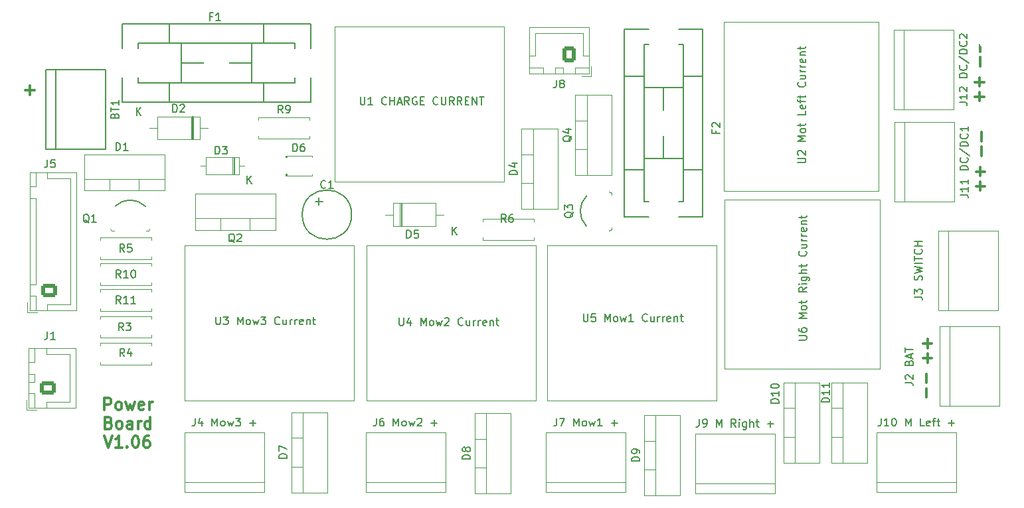
<source format=gto>
G04 #@! TF.GenerationSoftware,KiCad,Pcbnew,(5.99.0-10988-gd8b1e827c7)*
G04 #@! TF.CreationDate,2021-11-29T13:02:15+01:00*
G04 #@! TF.ProjectId,charge_pcb,63686172-6765-45f7-9063-622e6b696361,rev?*
G04 #@! TF.SameCoordinates,Original*
G04 #@! TF.FileFunction,Legend,Top*
G04 #@! TF.FilePolarity,Positive*
%FSLAX46Y46*%
G04 Gerber Fmt 4.6, Leading zero omitted, Abs format (unit mm)*
G04 Created by KiCad (PCBNEW (5.99.0-10988-gd8b1e827c7)) date 2021-11-29 13:02:15*
%MOMM*%
%LPD*%
G01*
G04 APERTURE LIST*
G04 Aperture macros list*
%AMRoundRect*
0 Rectangle with rounded corners*
0 $1 Rounding radius*
0 $2 $3 $4 $5 $6 $7 $8 $9 X,Y pos of 4 corners*
0 Add a 4 corners polygon primitive as box body*
4,1,4,$2,$3,$4,$5,$6,$7,$8,$9,$2,$3,0*
0 Add four circle primitives for the rounded corners*
1,1,$1+$1,$2,$3*
1,1,$1+$1,$4,$5*
1,1,$1+$1,$6,$7*
1,1,$1+$1,$8,$9*
0 Add four rect primitives between the rounded corners*
20,1,$1+$1,$2,$3,$4,$5,0*
20,1,$1+$1,$4,$5,$6,$7,0*
20,1,$1+$1,$6,$7,$8,$9,0*
20,1,$1+$1,$8,$9,$2,$3,0*%
G04 Aperture macros list end*
%ADD10C,0.300000*%
%ADD11C,0.150000*%
%ADD12C,0.120000*%
%ADD13C,0.100000*%
%ADD14C,3.200000*%
%ADD15O,2.499360X4.000500*%
%ADD16O,4.000500X2.499360*%
%ADD17C,1.501140*%
%ADD18C,2.540000*%
%ADD19R,2.540000X2.540000*%
%ADD20O,2.200000X2.200000*%
%ADD21R,2.200000X2.200000*%
%ADD22O,2.000000X2.000000*%
%ADD23R,2.000000X2.000000*%
%ADD24C,3.000000*%
%ADD25R,3.000000X3.000000*%
%ADD26O,2.000000X1.800000*%
%ADD27O,3.000000X3.000000*%
%ADD28R,2.000000X1.800000*%
%ADD29O,1.800000X2.000000*%
%ADD30R,1.800000X2.000000*%
%ADD31O,1.950000X1.700000*%
%ADD32RoundRect,0.250000X0.725000X-0.600000X0.725000X0.600000X-0.725000X0.600000X-0.725000X-0.600000X0*%
%ADD33O,2.000000X1.700000*%
%ADD34RoundRect,0.250000X0.750000X-0.600000X0.750000X0.600000X-0.750000X0.600000X-0.750000X-0.600000X0*%
%ADD35C,5.600000*%
%ADD36C,3.600000*%
%ADD37O,1.600000X1.600000*%
%ADD38C,1.600000*%
%ADD39O,1.905000X2.000000*%
%ADD40R,1.905000X2.000000*%
%ADD41O,2.000000X1.905000*%
%ADD42R,2.000000X1.905000*%
%ADD43O,1.700000X2.000000*%
%ADD44RoundRect,0.250000X0.600000X0.750000X-0.600000X0.750000X-0.600000X-0.750000X0.600000X-0.750000X0*%
%ADD45C,1.800000*%
%ADD46R,1.800000X1.800000*%
%ADD47R,1.500000X1.500000*%
%ADD48C,1.500000*%
%ADD49R,1.600000X1.600000*%
G04 APERTURE END LIST*
D10*
X207029857Y-71017000D02*
X207029857Y-72159857D01*
X206458428Y-71588428D02*
X207601285Y-71588428D01*
X207029857Y-72874142D02*
X207029857Y-74017000D01*
X206458428Y-73445571D02*
X207601285Y-73445571D01*
X207156857Y-66572000D02*
X207156857Y-67714857D01*
X207156857Y-68429142D02*
X207156857Y-69572000D01*
X207156857Y-82447000D02*
X207156857Y-83589857D01*
X206585428Y-83018428D02*
X207728285Y-83018428D01*
X207156857Y-84304142D02*
X207156857Y-85447000D01*
X206585428Y-84875571D02*
X207728285Y-84875571D01*
X207283857Y-78002000D02*
X207283857Y-79144857D01*
X207283857Y-79859142D02*
X207283857Y-81002000D01*
X200259142Y-111863000D02*
X200259142Y-110720142D01*
X200259142Y-110005857D02*
X200259142Y-108863000D01*
X200386142Y-107418000D02*
X200386142Y-106275142D01*
X200957571Y-106846571D02*
X199814714Y-106846571D01*
X200386142Y-105560857D02*
X200386142Y-104418000D01*
X200957571Y-104989428D02*
X199814714Y-104989428D01*
X85407571Y-72624142D02*
X86550428Y-72624142D01*
X85979000Y-73195571D02*
X85979000Y-72052714D01*
X95460714Y-113452571D02*
X95460714Y-111952571D01*
X96032142Y-111952571D01*
X96175000Y-112024000D01*
X96246428Y-112095428D01*
X96317857Y-112238285D01*
X96317857Y-112452571D01*
X96246428Y-112595428D01*
X96175000Y-112666857D01*
X96032142Y-112738285D01*
X95460714Y-112738285D01*
X97175000Y-113452571D02*
X97032142Y-113381142D01*
X96960714Y-113309714D01*
X96889285Y-113166857D01*
X96889285Y-112738285D01*
X96960714Y-112595428D01*
X97032142Y-112524000D01*
X97175000Y-112452571D01*
X97389285Y-112452571D01*
X97532142Y-112524000D01*
X97603571Y-112595428D01*
X97675000Y-112738285D01*
X97675000Y-113166857D01*
X97603571Y-113309714D01*
X97532142Y-113381142D01*
X97389285Y-113452571D01*
X97175000Y-113452571D01*
X98175000Y-112452571D02*
X98460714Y-113452571D01*
X98746428Y-112738285D01*
X99032142Y-113452571D01*
X99317857Y-112452571D01*
X100460714Y-113381142D02*
X100317857Y-113452571D01*
X100032142Y-113452571D01*
X99889285Y-113381142D01*
X99817857Y-113238285D01*
X99817857Y-112666857D01*
X99889285Y-112524000D01*
X100032142Y-112452571D01*
X100317857Y-112452571D01*
X100460714Y-112524000D01*
X100532142Y-112666857D01*
X100532142Y-112809714D01*
X99817857Y-112952571D01*
X101175000Y-113452571D02*
X101175000Y-112452571D01*
X101175000Y-112738285D02*
X101246428Y-112595428D01*
X101317857Y-112524000D01*
X101460714Y-112452571D01*
X101603571Y-112452571D01*
X96032142Y-115081857D02*
X96246428Y-115153285D01*
X96317857Y-115224714D01*
X96389285Y-115367571D01*
X96389285Y-115581857D01*
X96317857Y-115724714D01*
X96246428Y-115796142D01*
X96103571Y-115867571D01*
X95532142Y-115867571D01*
X95532142Y-114367571D01*
X96032142Y-114367571D01*
X96175000Y-114439000D01*
X96246428Y-114510428D01*
X96317857Y-114653285D01*
X96317857Y-114796142D01*
X96246428Y-114939000D01*
X96175000Y-115010428D01*
X96032142Y-115081857D01*
X95532142Y-115081857D01*
X97246428Y-115867571D02*
X97103571Y-115796142D01*
X97032142Y-115724714D01*
X96960714Y-115581857D01*
X96960714Y-115153285D01*
X97032142Y-115010428D01*
X97103571Y-114939000D01*
X97246428Y-114867571D01*
X97460714Y-114867571D01*
X97603571Y-114939000D01*
X97675000Y-115010428D01*
X97746428Y-115153285D01*
X97746428Y-115581857D01*
X97675000Y-115724714D01*
X97603571Y-115796142D01*
X97460714Y-115867571D01*
X97246428Y-115867571D01*
X99032142Y-115867571D02*
X99032142Y-115081857D01*
X98960714Y-114939000D01*
X98817857Y-114867571D01*
X98532142Y-114867571D01*
X98389285Y-114939000D01*
X99032142Y-115796142D02*
X98889285Y-115867571D01*
X98532142Y-115867571D01*
X98389285Y-115796142D01*
X98317857Y-115653285D01*
X98317857Y-115510428D01*
X98389285Y-115367571D01*
X98532142Y-115296142D01*
X98889285Y-115296142D01*
X99032142Y-115224714D01*
X99746428Y-115867571D02*
X99746428Y-114867571D01*
X99746428Y-115153285D02*
X99817857Y-115010428D01*
X99889285Y-114939000D01*
X100032142Y-114867571D01*
X100175000Y-114867571D01*
X101317857Y-115867571D02*
X101317857Y-114367571D01*
X101317857Y-115796142D02*
X101175000Y-115867571D01*
X100889285Y-115867571D01*
X100746428Y-115796142D01*
X100675000Y-115724714D01*
X100603571Y-115581857D01*
X100603571Y-115153285D01*
X100675000Y-115010428D01*
X100746428Y-114939000D01*
X100889285Y-114867571D01*
X101175000Y-114867571D01*
X101317857Y-114939000D01*
X95425000Y-116782571D02*
X95925000Y-118282571D01*
X96425000Y-116782571D01*
X97710714Y-118282571D02*
X96853571Y-118282571D01*
X97282142Y-118282571D02*
X97282142Y-116782571D01*
X97139285Y-116996857D01*
X96996428Y-117139714D01*
X96853571Y-117211142D01*
X98353571Y-118139714D02*
X98425000Y-118211142D01*
X98353571Y-118282571D01*
X98282142Y-118211142D01*
X98353571Y-118139714D01*
X98353571Y-118282571D01*
X99353571Y-116782571D02*
X99496428Y-116782571D01*
X99639285Y-116854000D01*
X99710714Y-116925428D01*
X99782142Y-117068285D01*
X99853571Y-117354000D01*
X99853571Y-117711142D01*
X99782142Y-117996857D01*
X99710714Y-118139714D01*
X99639285Y-118211142D01*
X99496428Y-118282571D01*
X99353571Y-118282571D01*
X99210714Y-118211142D01*
X99139285Y-118139714D01*
X99067857Y-117996857D01*
X98996428Y-117711142D01*
X98996428Y-117354000D01*
X99067857Y-117068285D01*
X99139285Y-116925428D01*
X99210714Y-116854000D01*
X99353571Y-116782571D01*
X101139285Y-116782571D02*
X100853571Y-116782571D01*
X100710714Y-116854000D01*
X100639285Y-116925428D01*
X100496428Y-117139714D01*
X100425000Y-117425428D01*
X100425000Y-117996857D01*
X100496428Y-118139714D01*
X100567857Y-118211142D01*
X100710714Y-118282571D01*
X100996428Y-118282571D01*
X101139285Y-118211142D01*
X101210714Y-118139714D01*
X101282142Y-117996857D01*
X101282142Y-117639714D01*
X101210714Y-117496857D01*
X101139285Y-117425428D01*
X100996428Y-117354000D01*
X100710714Y-117354000D01*
X100567857Y-117425428D01*
X100496428Y-117496857D01*
X100425000Y-117639714D01*
D11*
X133992904Y-91511380D02*
X133992904Y-90511380D01*
X134231000Y-90511380D01*
X134373857Y-90559000D01*
X134469095Y-90654238D01*
X134516714Y-90749476D01*
X134564333Y-90939952D01*
X134564333Y-91082809D01*
X134516714Y-91273285D01*
X134469095Y-91368523D01*
X134373857Y-91463761D01*
X134231000Y-91511380D01*
X133992904Y-91511380D01*
X135469095Y-90511380D02*
X134992904Y-90511380D01*
X134945285Y-90987571D01*
X134992904Y-90939952D01*
X135088142Y-90892333D01*
X135326238Y-90892333D01*
X135421476Y-90939952D01*
X135469095Y-90987571D01*
X135516714Y-91082809D01*
X135516714Y-91320904D01*
X135469095Y-91416142D01*
X135421476Y-91463761D01*
X135326238Y-91511380D01*
X135088142Y-91511380D01*
X134992904Y-91463761D01*
X134945285Y-91416142D01*
X139819095Y-91071380D02*
X139819095Y-90071380D01*
X140390523Y-91071380D02*
X139961952Y-90499952D01*
X140390523Y-90071380D02*
X139819095Y-90642809D01*
X104163904Y-75452380D02*
X104163904Y-74452380D01*
X104402000Y-74452380D01*
X104544857Y-74500000D01*
X104640095Y-74595238D01*
X104687714Y-74690476D01*
X104735333Y-74880952D01*
X104735333Y-75023809D01*
X104687714Y-75214285D01*
X104640095Y-75309523D01*
X104544857Y-75404761D01*
X104402000Y-75452380D01*
X104163904Y-75452380D01*
X105116285Y-74547619D02*
X105163904Y-74500000D01*
X105259142Y-74452380D01*
X105497238Y-74452380D01*
X105592476Y-74500000D01*
X105640095Y-74547619D01*
X105687714Y-74642857D01*
X105687714Y-74738095D01*
X105640095Y-74880952D01*
X105068666Y-75452380D01*
X105687714Y-75452380D01*
X99560095Y-75822380D02*
X99560095Y-74822380D01*
X100131523Y-75822380D02*
X99702952Y-75250952D01*
X100131523Y-74822380D02*
X99560095Y-75393809D01*
X148074380Y-83415095D02*
X147074380Y-83415095D01*
X147074380Y-83177000D01*
X147122000Y-83034142D01*
X147217238Y-82938904D01*
X147312476Y-82891285D01*
X147502952Y-82843666D01*
X147645809Y-82843666D01*
X147836285Y-82891285D01*
X147931523Y-82938904D01*
X148026761Y-83034142D01*
X148074380Y-83177000D01*
X148074380Y-83415095D01*
X147407714Y-81986523D02*
X148074380Y-81986523D01*
X147026761Y-82224619D02*
X147741047Y-82462714D01*
X147741047Y-81843666D01*
X107005904Y-114514380D02*
X107005904Y-115228666D01*
X106958285Y-115371523D01*
X106863047Y-115466761D01*
X106720190Y-115514380D01*
X106624952Y-115514380D01*
X107910666Y-114847714D02*
X107910666Y-115514380D01*
X107672571Y-114466761D02*
X107434476Y-115181047D01*
X108053523Y-115181047D01*
X109196380Y-115514380D02*
X109196380Y-114514380D01*
X109529714Y-115228666D01*
X109863047Y-114514380D01*
X109863047Y-115514380D01*
X110482095Y-115514380D02*
X110386857Y-115466761D01*
X110339238Y-115419142D01*
X110291619Y-115323904D01*
X110291619Y-115038190D01*
X110339238Y-114942952D01*
X110386857Y-114895333D01*
X110482095Y-114847714D01*
X110624952Y-114847714D01*
X110720190Y-114895333D01*
X110767809Y-114942952D01*
X110815428Y-115038190D01*
X110815428Y-115323904D01*
X110767809Y-115419142D01*
X110720190Y-115466761D01*
X110624952Y-115514380D01*
X110482095Y-115514380D01*
X111148761Y-114847714D02*
X111339238Y-115514380D01*
X111529714Y-115038190D01*
X111720190Y-115514380D01*
X111910666Y-114847714D01*
X112196380Y-114514380D02*
X112815428Y-114514380D01*
X112482095Y-114895333D01*
X112624952Y-114895333D01*
X112720190Y-114942952D01*
X112767809Y-114990571D01*
X112815428Y-115085809D01*
X112815428Y-115323904D01*
X112767809Y-115419142D01*
X112720190Y-115466761D01*
X112624952Y-115514380D01*
X112339238Y-115514380D01*
X112244000Y-115466761D01*
X112196380Y-115419142D01*
X114005904Y-115133428D02*
X114767809Y-115133428D01*
X114386857Y-115514380D02*
X114386857Y-114752476D01*
X173410571Y-77803333D02*
X173410571Y-78136666D01*
X173934380Y-78136666D02*
X172934380Y-78136666D01*
X172934380Y-77660476D01*
X173029619Y-77327142D02*
X172982000Y-77279523D01*
X172934380Y-77184285D01*
X172934380Y-76946190D01*
X172982000Y-76850952D01*
X173029619Y-76803333D01*
X173124857Y-76755714D01*
X173220095Y-76755714D01*
X173362952Y-76803333D01*
X173934380Y-77374761D01*
X173934380Y-76755714D01*
X181427380Y-112593285D02*
X180427380Y-112593285D01*
X180427380Y-112355190D01*
X180475000Y-112212333D01*
X180570238Y-112117095D01*
X180665476Y-112069476D01*
X180855952Y-112021857D01*
X180998809Y-112021857D01*
X181189285Y-112069476D01*
X181284523Y-112117095D01*
X181379761Y-112212333D01*
X181427380Y-112355190D01*
X181427380Y-112593285D01*
X181427380Y-111069476D02*
X181427380Y-111640904D01*
X181427380Y-111355190D02*
X180427380Y-111355190D01*
X180570238Y-111450428D01*
X180665476Y-111545666D01*
X180713095Y-111640904D01*
X180427380Y-110450428D02*
X180427380Y-110355190D01*
X180475000Y-110259952D01*
X180522619Y-110212333D01*
X180617857Y-110164714D01*
X180808333Y-110117095D01*
X181046428Y-110117095D01*
X181236904Y-110164714D01*
X181332142Y-110212333D01*
X181379761Y-110259952D01*
X181427380Y-110355190D01*
X181427380Y-110450428D01*
X181379761Y-110545666D01*
X181332142Y-110593285D01*
X181236904Y-110640904D01*
X181046428Y-110688523D01*
X180808333Y-110688523D01*
X180617857Y-110640904D01*
X180522619Y-110593285D01*
X180475000Y-110545666D01*
X180427380Y-110450428D01*
X163695380Y-119991095D02*
X162695380Y-119991095D01*
X162695380Y-119753000D01*
X162743000Y-119610142D01*
X162838238Y-119514904D01*
X162933476Y-119467285D01*
X163123952Y-119419666D01*
X163266809Y-119419666D01*
X163457285Y-119467285D01*
X163552523Y-119514904D01*
X163647761Y-119610142D01*
X163695380Y-119753000D01*
X163695380Y-119991095D01*
X163695380Y-118943476D02*
X163695380Y-118753000D01*
X163647761Y-118657761D01*
X163600142Y-118610142D01*
X163457285Y-118514904D01*
X163266809Y-118467285D01*
X162885857Y-118467285D01*
X162790619Y-118514904D01*
X162743000Y-118562523D01*
X162695380Y-118657761D01*
X162695380Y-118848238D01*
X162743000Y-118943476D01*
X162790619Y-118991095D01*
X162885857Y-119038714D01*
X163123952Y-119038714D01*
X163219190Y-118991095D01*
X163266809Y-118943476D01*
X163314428Y-118848238D01*
X163314428Y-118657761D01*
X163266809Y-118562523D01*
X163219190Y-118514904D01*
X163123952Y-118467285D01*
X142105380Y-119737095D02*
X141105380Y-119737095D01*
X141105380Y-119499000D01*
X141153000Y-119356142D01*
X141248238Y-119260904D01*
X141343476Y-119213285D01*
X141533952Y-119165666D01*
X141676809Y-119165666D01*
X141867285Y-119213285D01*
X141962523Y-119260904D01*
X142057761Y-119356142D01*
X142105380Y-119499000D01*
X142105380Y-119737095D01*
X141533952Y-118594238D02*
X141486333Y-118689476D01*
X141438714Y-118737095D01*
X141343476Y-118784714D01*
X141295857Y-118784714D01*
X141200619Y-118737095D01*
X141153000Y-118689476D01*
X141105380Y-118594238D01*
X141105380Y-118403761D01*
X141153000Y-118308523D01*
X141200619Y-118260904D01*
X141295857Y-118213285D01*
X141343476Y-118213285D01*
X141438714Y-118260904D01*
X141486333Y-118308523D01*
X141533952Y-118403761D01*
X141533952Y-118594238D01*
X141581571Y-118689476D01*
X141629190Y-118737095D01*
X141724428Y-118784714D01*
X141914904Y-118784714D01*
X142010142Y-118737095D01*
X142057761Y-118689476D01*
X142105380Y-118594238D01*
X142105380Y-118403761D01*
X142057761Y-118308523D01*
X142010142Y-118260904D01*
X141914904Y-118213285D01*
X141724428Y-118213285D01*
X141629190Y-118260904D01*
X141581571Y-118308523D01*
X141533952Y-118403761D01*
X118737380Y-119610095D02*
X117737380Y-119610095D01*
X117737380Y-119372000D01*
X117785000Y-119229142D01*
X117880238Y-119133904D01*
X117975476Y-119086285D01*
X118165952Y-119038666D01*
X118308809Y-119038666D01*
X118499285Y-119086285D01*
X118594523Y-119133904D01*
X118689761Y-119229142D01*
X118737380Y-119372000D01*
X118737380Y-119610095D01*
X117737380Y-118705333D02*
X117737380Y-118038666D01*
X118737380Y-118467238D01*
X183983380Y-104527952D02*
X184792904Y-104527952D01*
X184888142Y-104480333D01*
X184935761Y-104432714D01*
X184983380Y-104337476D01*
X184983380Y-104147000D01*
X184935761Y-104051761D01*
X184888142Y-104004142D01*
X184792904Y-103956523D01*
X183983380Y-103956523D01*
X183983380Y-103051761D02*
X183983380Y-103242238D01*
X184031000Y-103337476D01*
X184078619Y-103385095D01*
X184221476Y-103480333D01*
X184411952Y-103527952D01*
X184792904Y-103527952D01*
X184888142Y-103480333D01*
X184935761Y-103432714D01*
X184983380Y-103337476D01*
X184983380Y-103147000D01*
X184935761Y-103051761D01*
X184888142Y-103004142D01*
X184792904Y-102956523D01*
X184554809Y-102956523D01*
X184459571Y-103004142D01*
X184411952Y-103051761D01*
X184364333Y-103147000D01*
X184364333Y-103337476D01*
X184411952Y-103432714D01*
X184459571Y-103480333D01*
X184554809Y-103527952D01*
X184983380Y-101766047D02*
X183983380Y-101766047D01*
X184697666Y-101432714D01*
X183983380Y-101099380D01*
X184983380Y-101099380D01*
X184983380Y-100480333D02*
X184935761Y-100575571D01*
X184888142Y-100623190D01*
X184792904Y-100670809D01*
X184507190Y-100670809D01*
X184411952Y-100623190D01*
X184364333Y-100575571D01*
X184316714Y-100480333D01*
X184316714Y-100337476D01*
X184364333Y-100242238D01*
X184411952Y-100194619D01*
X184507190Y-100147000D01*
X184792904Y-100147000D01*
X184888142Y-100194619D01*
X184935761Y-100242238D01*
X184983380Y-100337476D01*
X184983380Y-100480333D01*
X184316714Y-99861285D02*
X184316714Y-99480333D01*
X183983380Y-99718428D02*
X184840523Y-99718428D01*
X184935761Y-99670809D01*
X184983380Y-99575571D01*
X184983380Y-99480333D01*
X184983380Y-97813666D02*
X184507190Y-98147000D01*
X184983380Y-98385095D02*
X183983380Y-98385095D01*
X183983380Y-98004142D01*
X184031000Y-97908904D01*
X184078619Y-97861285D01*
X184173857Y-97813666D01*
X184316714Y-97813666D01*
X184411952Y-97861285D01*
X184459571Y-97908904D01*
X184507190Y-98004142D01*
X184507190Y-98385095D01*
X184983380Y-97385095D02*
X184316714Y-97385095D01*
X183983380Y-97385095D02*
X184031000Y-97432714D01*
X184078619Y-97385095D01*
X184031000Y-97337476D01*
X183983380Y-97385095D01*
X184078619Y-97385095D01*
X184316714Y-96480333D02*
X185126238Y-96480333D01*
X185221476Y-96527952D01*
X185269095Y-96575571D01*
X185316714Y-96670809D01*
X185316714Y-96813666D01*
X185269095Y-96908904D01*
X184935761Y-96480333D02*
X184983380Y-96575571D01*
X184983380Y-96766047D01*
X184935761Y-96861285D01*
X184888142Y-96908904D01*
X184792904Y-96956523D01*
X184507190Y-96956523D01*
X184411952Y-96908904D01*
X184364333Y-96861285D01*
X184316714Y-96766047D01*
X184316714Y-96575571D01*
X184364333Y-96480333D01*
X184983380Y-96004142D02*
X183983380Y-96004142D01*
X184983380Y-95575571D02*
X184459571Y-95575571D01*
X184364333Y-95623190D01*
X184316714Y-95718428D01*
X184316714Y-95861285D01*
X184364333Y-95956523D01*
X184411952Y-96004142D01*
X184316714Y-95242238D02*
X184316714Y-94861285D01*
X183983380Y-95099380D02*
X184840523Y-95099380D01*
X184935761Y-95051761D01*
X184983380Y-94956523D01*
X184983380Y-94861285D01*
X184888142Y-93194619D02*
X184935761Y-93242238D01*
X184983380Y-93385095D01*
X184983380Y-93480333D01*
X184935761Y-93623190D01*
X184840523Y-93718428D01*
X184745285Y-93766047D01*
X184554809Y-93813666D01*
X184411952Y-93813666D01*
X184221476Y-93766047D01*
X184126238Y-93718428D01*
X184031000Y-93623190D01*
X183983380Y-93480333D01*
X183983380Y-93385095D01*
X184031000Y-93242238D01*
X184078619Y-93194619D01*
X184316714Y-92337476D02*
X184983380Y-92337476D01*
X184316714Y-92766047D02*
X184840523Y-92766047D01*
X184935761Y-92718428D01*
X184983380Y-92623190D01*
X184983380Y-92480333D01*
X184935761Y-92385095D01*
X184888142Y-92337476D01*
X184983380Y-91861285D02*
X184316714Y-91861285D01*
X184507190Y-91861285D02*
X184411952Y-91813666D01*
X184364333Y-91766047D01*
X184316714Y-91670809D01*
X184316714Y-91575571D01*
X184983380Y-91242238D02*
X184316714Y-91242238D01*
X184507190Y-91242238D02*
X184411952Y-91194619D01*
X184364333Y-91147000D01*
X184316714Y-91051761D01*
X184316714Y-90956523D01*
X184935761Y-90242238D02*
X184983380Y-90337476D01*
X184983380Y-90527952D01*
X184935761Y-90623190D01*
X184840523Y-90670809D01*
X184459571Y-90670809D01*
X184364333Y-90623190D01*
X184316714Y-90527952D01*
X184316714Y-90337476D01*
X184364333Y-90242238D01*
X184459571Y-90194619D01*
X184554809Y-90194619D01*
X184650047Y-90670809D01*
X184316714Y-89766047D02*
X184983380Y-89766047D01*
X184411952Y-89766047D02*
X184364333Y-89718428D01*
X184316714Y-89623190D01*
X184316714Y-89480333D01*
X184364333Y-89385095D01*
X184459571Y-89337476D01*
X184983380Y-89337476D01*
X184316714Y-89004142D02*
X184316714Y-88623190D01*
X183983380Y-88861285D02*
X184840523Y-88861285D01*
X184935761Y-88813666D01*
X184983380Y-88718428D01*
X184983380Y-88623190D01*
X156528285Y-101179380D02*
X156528285Y-101988904D01*
X156575904Y-102084142D01*
X156623523Y-102131761D01*
X156718761Y-102179380D01*
X156909238Y-102179380D01*
X157004476Y-102131761D01*
X157052095Y-102084142D01*
X157099714Y-101988904D01*
X157099714Y-101179380D01*
X158052095Y-101179380D02*
X157575904Y-101179380D01*
X157528285Y-101655571D01*
X157575904Y-101607952D01*
X157671142Y-101560333D01*
X157909238Y-101560333D01*
X158004476Y-101607952D01*
X158052095Y-101655571D01*
X158099714Y-101750809D01*
X158099714Y-101988904D01*
X158052095Y-102084142D01*
X158004476Y-102131761D01*
X157909238Y-102179380D01*
X157671142Y-102179380D01*
X157575904Y-102131761D01*
X157528285Y-102084142D01*
X159290190Y-102179380D02*
X159290190Y-101179380D01*
X159623523Y-101893666D01*
X159956857Y-101179380D01*
X159956857Y-102179380D01*
X160575904Y-102179380D02*
X160480666Y-102131761D01*
X160433047Y-102084142D01*
X160385428Y-101988904D01*
X160385428Y-101703190D01*
X160433047Y-101607952D01*
X160480666Y-101560333D01*
X160575904Y-101512714D01*
X160718761Y-101512714D01*
X160814000Y-101560333D01*
X160861619Y-101607952D01*
X160909238Y-101703190D01*
X160909238Y-101988904D01*
X160861619Y-102084142D01*
X160814000Y-102131761D01*
X160718761Y-102179380D01*
X160575904Y-102179380D01*
X161242571Y-101512714D02*
X161433047Y-102179380D01*
X161623523Y-101703190D01*
X161814000Y-102179380D01*
X162004476Y-101512714D01*
X162909238Y-102179380D02*
X162337809Y-102179380D01*
X162623523Y-102179380D02*
X162623523Y-101179380D01*
X162528285Y-101322238D01*
X162433047Y-101417476D01*
X162337809Y-101465095D01*
X164671142Y-102084142D02*
X164623523Y-102131761D01*
X164480666Y-102179380D01*
X164385428Y-102179380D01*
X164242571Y-102131761D01*
X164147333Y-102036523D01*
X164099714Y-101941285D01*
X164052095Y-101750809D01*
X164052095Y-101607952D01*
X164099714Y-101417476D01*
X164147333Y-101322238D01*
X164242571Y-101227000D01*
X164385428Y-101179380D01*
X164480666Y-101179380D01*
X164623523Y-101227000D01*
X164671142Y-101274619D01*
X165528285Y-101512714D02*
X165528285Y-102179380D01*
X165099714Y-101512714D02*
X165099714Y-102036523D01*
X165147333Y-102131761D01*
X165242571Y-102179380D01*
X165385428Y-102179380D01*
X165480666Y-102131761D01*
X165528285Y-102084142D01*
X166004476Y-102179380D02*
X166004476Y-101512714D01*
X166004476Y-101703190D02*
X166052095Y-101607952D01*
X166099714Y-101560333D01*
X166194952Y-101512714D01*
X166290190Y-101512714D01*
X166623523Y-102179380D02*
X166623523Y-101512714D01*
X166623523Y-101703190D02*
X166671142Y-101607952D01*
X166718761Y-101560333D01*
X166814000Y-101512714D01*
X166909238Y-101512714D01*
X167623523Y-102131761D02*
X167528285Y-102179380D01*
X167337809Y-102179380D01*
X167242571Y-102131761D01*
X167194952Y-102036523D01*
X167194952Y-101655571D01*
X167242571Y-101560333D01*
X167337809Y-101512714D01*
X167528285Y-101512714D01*
X167623523Y-101560333D01*
X167671142Y-101655571D01*
X167671142Y-101750809D01*
X167194952Y-101846047D01*
X168099714Y-101512714D02*
X168099714Y-102179380D01*
X168099714Y-101607952D02*
X168147333Y-101560333D01*
X168242571Y-101512714D01*
X168385428Y-101512714D01*
X168480666Y-101560333D01*
X168528285Y-101655571D01*
X168528285Y-102179380D01*
X168861619Y-101512714D02*
X169242571Y-101512714D01*
X169004476Y-101179380D02*
X169004476Y-102036523D01*
X169052095Y-102131761D01*
X169147333Y-102179380D01*
X169242571Y-102179380D01*
X133033285Y-101687380D02*
X133033285Y-102496904D01*
X133080904Y-102592142D01*
X133128523Y-102639761D01*
X133223761Y-102687380D01*
X133414238Y-102687380D01*
X133509476Y-102639761D01*
X133557095Y-102592142D01*
X133604714Y-102496904D01*
X133604714Y-101687380D01*
X134509476Y-102020714D02*
X134509476Y-102687380D01*
X134271380Y-101639761D02*
X134033285Y-102354047D01*
X134652333Y-102354047D01*
X135795190Y-102687380D02*
X135795190Y-101687380D01*
X136128523Y-102401666D01*
X136461857Y-101687380D01*
X136461857Y-102687380D01*
X137080904Y-102687380D02*
X136985666Y-102639761D01*
X136938047Y-102592142D01*
X136890428Y-102496904D01*
X136890428Y-102211190D01*
X136938047Y-102115952D01*
X136985666Y-102068333D01*
X137080904Y-102020714D01*
X137223761Y-102020714D01*
X137319000Y-102068333D01*
X137366619Y-102115952D01*
X137414238Y-102211190D01*
X137414238Y-102496904D01*
X137366619Y-102592142D01*
X137319000Y-102639761D01*
X137223761Y-102687380D01*
X137080904Y-102687380D01*
X137747571Y-102020714D02*
X137938047Y-102687380D01*
X138128523Y-102211190D01*
X138319000Y-102687380D01*
X138509476Y-102020714D01*
X138842809Y-101782619D02*
X138890428Y-101735000D01*
X138985666Y-101687380D01*
X139223761Y-101687380D01*
X139319000Y-101735000D01*
X139366619Y-101782619D01*
X139414238Y-101877857D01*
X139414238Y-101973095D01*
X139366619Y-102115952D01*
X138795190Y-102687380D01*
X139414238Y-102687380D01*
X141176142Y-102592142D02*
X141128523Y-102639761D01*
X140985666Y-102687380D01*
X140890428Y-102687380D01*
X140747571Y-102639761D01*
X140652333Y-102544523D01*
X140604714Y-102449285D01*
X140557095Y-102258809D01*
X140557095Y-102115952D01*
X140604714Y-101925476D01*
X140652333Y-101830238D01*
X140747571Y-101735000D01*
X140890428Y-101687380D01*
X140985666Y-101687380D01*
X141128523Y-101735000D01*
X141176142Y-101782619D01*
X142033285Y-102020714D02*
X142033285Y-102687380D01*
X141604714Y-102020714D02*
X141604714Y-102544523D01*
X141652333Y-102639761D01*
X141747571Y-102687380D01*
X141890428Y-102687380D01*
X141985666Y-102639761D01*
X142033285Y-102592142D01*
X142509476Y-102687380D02*
X142509476Y-102020714D01*
X142509476Y-102211190D02*
X142557095Y-102115952D01*
X142604714Y-102068333D01*
X142699952Y-102020714D01*
X142795190Y-102020714D01*
X143128523Y-102687380D02*
X143128523Y-102020714D01*
X143128523Y-102211190D02*
X143176142Y-102115952D01*
X143223761Y-102068333D01*
X143319000Y-102020714D01*
X143414238Y-102020714D01*
X144128523Y-102639761D02*
X144033285Y-102687380D01*
X143842809Y-102687380D01*
X143747571Y-102639761D01*
X143699952Y-102544523D01*
X143699952Y-102163571D01*
X143747571Y-102068333D01*
X143842809Y-102020714D01*
X144033285Y-102020714D01*
X144128523Y-102068333D01*
X144176142Y-102163571D01*
X144176142Y-102258809D01*
X143699952Y-102354047D01*
X144604714Y-102020714D02*
X144604714Y-102687380D01*
X144604714Y-102115952D02*
X144652333Y-102068333D01*
X144747571Y-102020714D01*
X144890428Y-102020714D01*
X144985666Y-102068333D01*
X145033285Y-102163571D01*
X145033285Y-102687380D01*
X145366619Y-102020714D02*
X145747571Y-102020714D01*
X145509476Y-101687380D02*
X145509476Y-102544523D01*
X145557095Y-102639761D01*
X145652333Y-102687380D01*
X145747571Y-102687380D01*
X109665285Y-101560380D02*
X109665285Y-102369904D01*
X109712904Y-102465142D01*
X109760523Y-102512761D01*
X109855761Y-102560380D01*
X110046238Y-102560380D01*
X110141476Y-102512761D01*
X110189095Y-102465142D01*
X110236714Y-102369904D01*
X110236714Y-101560380D01*
X110617666Y-101560380D02*
X111236714Y-101560380D01*
X110903380Y-101941333D01*
X111046238Y-101941333D01*
X111141476Y-101988952D01*
X111189095Y-102036571D01*
X111236714Y-102131809D01*
X111236714Y-102369904D01*
X111189095Y-102465142D01*
X111141476Y-102512761D01*
X111046238Y-102560380D01*
X110760523Y-102560380D01*
X110665285Y-102512761D01*
X110617666Y-102465142D01*
X112427190Y-102560380D02*
X112427190Y-101560380D01*
X112760523Y-102274666D01*
X113093857Y-101560380D01*
X113093857Y-102560380D01*
X113712904Y-102560380D02*
X113617666Y-102512761D01*
X113570047Y-102465142D01*
X113522428Y-102369904D01*
X113522428Y-102084190D01*
X113570047Y-101988952D01*
X113617666Y-101941333D01*
X113712904Y-101893714D01*
X113855761Y-101893714D01*
X113951000Y-101941333D01*
X113998619Y-101988952D01*
X114046238Y-102084190D01*
X114046238Y-102369904D01*
X113998619Y-102465142D01*
X113951000Y-102512761D01*
X113855761Y-102560380D01*
X113712904Y-102560380D01*
X114379571Y-101893714D02*
X114570047Y-102560380D01*
X114760523Y-102084190D01*
X114951000Y-102560380D01*
X115141476Y-101893714D01*
X115427190Y-101560380D02*
X116046238Y-101560380D01*
X115712904Y-101941333D01*
X115855761Y-101941333D01*
X115951000Y-101988952D01*
X115998619Y-102036571D01*
X116046238Y-102131809D01*
X116046238Y-102369904D01*
X115998619Y-102465142D01*
X115951000Y-102512761D01*
X115855761Y-102560380D01*
X115570047Y-102560380D01*
X115474809Y-102512761D01*
X115427190Y-102465142D01*
X117808142Y-102465142D02*
X117760523Y-102512761D01*
X117617666Y-102560380D01*
X117522428Y-102560380D01*
X117379571Y-102512761D01*
X117284333Y-102417523D01*
X117236714Y-102322285D01*
X117189095Y-102131809D01*
X117189095Y-101988952D01*
X117236714Y-101798476D01*
X117284333Y-101703238D01*
X117379571Y-101608000D01*
X117522428Y-101560380D01*
X117617666Y-101560380D01*
X117760523Y-101608000D01*
X117808142Y-101655619D01*
X118665285Y-101893714D02*
X118665285Y-102560380D01*
X118236714Y-101893714D02*
X118236714Y-102417523D01*
X118284333Y-102512761D01*
X118379571Y-102560380D01*
X118522428Y-102560380D01*
X118617666Y-102512761D01*
X118665285Y-102465142D01*
X119141476Y-102560380D02*
X119141476Y-101893714D01*
X119141476Y-102084190D02*
X119189095Y-101988952D01*
X119236714Y-101941333D01*
X119331952Y-101893714D01*
X119427190Y-101893714D01*
X119760523Y-102560380D02*
X119760523Y-101893714D01*
X119760523Y-102084190D02*
X119808142Y-101988952D01*
X119855761Y-101941333D01*
X119951000Y-101893714D01*
X120046238Y-101893714D01*
X120760523Y-102512761D02*
X120665285Y-102560380D01*
X120474809Y-102560380D01*
X120379571Y-102512761D01*
X120331952Y-102417523D01*
X120331952Y-102036571D01*
X120379571Y-101941333D01*
X120474809Y-101893714D01*
X120665285Y-101893714D01*
X120760523Y-101941333D01*
X120808142Y-102036571D01*
X120808142Y-102131809D01*
X120331952Y-102227047D01*
X121236714Y-101893714D02*
X121236714Y-102560380D01*
X121236714Y-101988952D02*
X121284333Y-101941333D01*
X121379571Y-101893714D01*
X121522428Y-101893714D01*
X121617666Y-101941333D01*
X121665285Y-102036571D01*
X121665285Y-102560380D01*
X121998619Y-101893714D02*
X122379571Y-101893714D01*
X122141476Y-101560380D02*
X122141476Y-102417523D01*
X122189095Y-102512761D01*
X122284333Y-102560380D01*
X122379571Y-102560380D01*
X183856380Y-81906142D02*
X184665904Y-81906142D01*
X184761142Y-81858523D01*
X184808761Y-81810904D01*
X184856380Y-81715666D01*
X184856380Y-81525190D01*
X184808761Y-81429952D01*
X184761142Y-81382333D01*
X184665904Y-81334714D01*
X183856380Y-81334714D01*
X183951619Y-80906142D02*
X183904000Y-80858523D01*
X183856380Y-80763285D01*
X183856380Y-80525190D01*
X183904000Y-80429952D01*
X183951619Y-80382333D01*
X184046857Y-80334714D01*
X184142095Y-80334714D01*
X184284952Y-80382333D01*
X184856380Y-80953761D01*
X184856380Y-80334714D01*
X184856380Y-79144238D02*
X183856380Y-79144238D01*
X184570666Y-78810904D01*
X183856380Y-78477571D01*
X184856380Y-78477571D01*
X184856380Y-77858523D02*
X184808761Y-77953761D01*
X184761142Y-78001380D01*
X184665904Y-78049000D01*
X184380190Y-78049000D01*
X184284952Y-78001380D01*
X184237333Y-77953761D01*
X184189714Y-77858523D01*
X184189714Y-77715666D01*
X184237333Y-77620428D01*
X184284952Y-77572809D01*
X184380190Y-77525190D01*
X184665904Y-77525190D01*
X184761142Y-77572809D01*
X184808761Y-77620428D01*
X184856380Y-77715666D01*
X184856380Y-77858523D01*
X184189714Y-77239476D02*
X184189714Y-76858523D01*
X183856380Y-77096619D02*
X184713523Y-77096619D01*
X184808761Y-77049000D01*
X184856380Y-76953761D01*
X184856380Y-76858523D01*
X184856380Y-75287095D02*
X184856380Y-75763285D01*
X183856380Y-75763285D01*
X184808761Y-74572809D02*
X184856380Y-74668047D01*
X184856380Y-74858523D01*
X184808761Y-74953761D01*
X184713523Y-75001380D01*
X184332571Y-75001380D01*
X184237333Y-74953761D01*
X184189714Y-74858523D01*
X184189714Y-74668047D01*
X184237333Y-74572809D01*
X184332571Y-74525190D01*
X184427809Y-74525190D01*
X184523047Y-75001380D01*
X184189714Y-74239476D02*
X184189714Y-73858523D01*
X184856380Y-74096619D02*
X183999238Y-74096619D01*
X183904000Y-74049000D01*
X183856380Y-73953761D01*
X183856380Y-73858523D01*
X184189714Y-73668047D02*
X184189714Y-73287095D01*
X183856380Y-73525190D02*
X184713523Y-73525190D01*
X184808761Y-73477571D01*
X184856380Y-73382333D01*
X184856380Y-73287095D01*
X184761142Y-71620428D02*
X184808761Y-71668047D01*
X184856380Y-71810904D01*
X184856380Y-71906142D01*
X184808761Y-72049000D01*
X184713523Y-72144238D01*
X184618285Y-72191857D01*
X184427809Y-72239476D01*
X184284952Y-72239476D01*
X184094476Y-72191857D01*
X183999238Y-72144238D01*
X183904000Y-72049000D01*
X183856380Y-71906142D01*
X183856380Y-71810904D01*
X183904000Y-71668047D01*
X183951619Y-71620428D01*
X184189714Y-70763285D02*
X184856380Y-70763285D01*
X184189714Y-71191857D02*
X184713523Y-71191857D01*
X184808761Y-71144238D01*
X184856380Y-71049000D01*
X184856380Y-70906142D01*
X184808761Y-70810904D01*
X184761142Y-70763285D01*
X184856380Y-70287095D02*
X184189714Y-70287095D01*
X184380190Y-70287095D02*
X184284952Y-70239476D01*
X184237333Y-70191857D01*
X184189714Y-70096619D01*
X184189714Y-70001380D01*
X184856380Y-69668047D02*
X184189714Y-69668047D01*
X184380190Y-69668047D02*
X184284952Y-69620428D01*
X184237333Y-69572809D01*
X184189714Y-69477571D01*
X184189714Y-69382333D01*
X184808761Y-68668047D02*
X184856380Y-68763285D01*
X184856380Y-68953761D01*
X184808761Y-69049000D01*
X184713523Y-69096619D01*
X184332571Y-69096619D01*
X184237333Y-69049000D01*
X184189714Y-68953761D01*
X184189714Y-68763285D01*
X184237333Y-68668047D01*
X184332571Y-68620428D01*
X184427809Y-68620428D01*
X184523047Y-69096619D01*
X184189714Y-68191857D02*
X184856380Y-68191857D01*
X184284952Y-68191857D02*
X184237333Y-68144238D01*
X184189714Y-68049000D01*
X184189714Y-67906142D01*
X184237333Y-67810904D01*
X184332571Y-67763285D01*
X184856380Y-67763285D01*
X184189714Y-67429952D02*
X184189714Y-67049000D01*
X183856380Y-67287095D02*
X184713523Y-67287095D01*
X184808761Y-67239476D01*
X184856380Y-67144238D01*
X184856380Y-67049000D01*
X204455380Y-74167476D02*
X205169666Y-74167476D01*
X205312523Y-74215095D01*
X205407761Y-74310333D01*
X205455380Y-74453190D01*
X205455380Y-74548428D01*
X205455380Y-73167476D02*
X205455380Y-73738904D01*
X205455380Y-73453190D02*
X204455380Y-73453190D01*
X204598238Y-73548428D01*
X204693476Y-73643666D01*
X204741095Y-73738904D01*
X204550619Y-72786523D02*
X204503000Y-72738904D01*
X204455380Y-72643666D01*
X204455380Y-72405571D01*
X204503000Y-72310333D01*
X204550619Y-72262714D01*
X204645857Y-72215095D01*
X204741095Y-72215095D01*
X204883952Y-72262714D01*
X205455380Y-72834142D01*
X205455380Y-72215095D01*
X205455380Y-71024619D02*
X204455380Y-71024619D01*
X204455380Y-70786523D01*
X204503000Y-70643666D01*
X204598238Y-70548428D01*
X204693476Y-70500809D01*
X204883952Y-70453190D01*
X205026809Y-70453190D01*
X205217285Y-70500809D01*
X205312523Y-70548428D01*
X205407761Y-70643666D01*
X205455380Y-70786523D01*
X205455380Y-71024619D01*
X205360142Y-69453190D02*
X205407761Y-69500809D01*
X205455380Y-69643666D01*
X205455380Y-69738904D01*
X205407761Y-69881761D01*
X205312523Y-69977000D01*
X205217285Y-70024619D01*
X205026809Y-70072238D01*
X204883952Y-70072238D01*
X204693476Y-70024619D01*
X204598238Y-69977000D01*
X204503000Y-69881761D01*
X204455380Y-69738904D01*
X204455380Y-69643666D01*
X204503000Y-69500809D01*
X204550619Y-69453190D01*
X204407761Y-68310333D02*
X205693476Y-69167476D01*
X205455380Y-67977000D02*
X204455380Y-67977000D01*
X204455380Y-67738904D01*
X204503000Y-67596047D01*
X204598238Y-67500809D01*
X204693476Y-67453190D01*
X204883952Y-67405571D01*
X205026809Y-67405571D01*
X205217285Y-67453190D01*
X205312523Y-67500809D01*
X205407761Y-67596047D01*
X205455380Y-67738904D01*
X205455380Y-67977000D01*
X205360142Y-66405571D02*
X205407761Y-66453190D01*
X205455380Y-66596047D01*
X205455380Y-66691285D01*
X205407761Y-66834142D01*
X205312523Y-66929380D01*
X205217285Y-66977000D01*
X205026809Y-67024619D01*
X204883952Y-67024619D01*
X204693476Y-66977000D01*
X204598238Y-66929380D01*
X204503000Y-66834142D01*
X204455380Y-66691285D01*
X204455380Y-66596047D01*
X204503000Y-66453190D01*
X204550619Y-66405571D01*
X204550619Y-66024619D02*
X204503000Y-65977000D01*
X204455380Y-65881761D01*
X204455380Y-65643666D01*
X204503000Y-65548428D01*
X204550619Y-65500809D01*
X204645857Y-65453190D01*
X204741095Y-65453190D01*
X204883952Y-65500809D01*
X205455380Y-66072238D01*
X205455380Y-65453190D01*
X204557380Y-85978476D02*
X205271666Y-85978476D01*
X205414523Y-86026095D01*
X205509761Y-86121333D01*
X205557380Y-86264190D01*
X205557380Y-86359428D01*
X205557380Y-84978476D02*
X205557380Y-85549904D01*
X205557380Y-85264190D02*
X204557380Y-85264190D01*
X204700238Y-85359428D01*
X204795476Y-85454666D01*
X204843095Y-85549904D01*
X205557380Y-84026095D02*
X205557380Y-84597523D01*
X205557380Y-84311809D02*
X204557380Y-84311809D01*
X204700238Y-84407047D01*
X204795476Y-84502285D01*
X204843095Y-84597523D01*
X205557380Y-82835619D02*
X204557380Y-82835619D01*
X204557380Y-82597523D01*
X204605000Y-82454666D01*
X204700238Y-82359428D01*
X204795476Y-82311809D01*
X204985952Y-82264190D01*
X205128809Y-82264190D01*
X205319285Y-82311809D01*
X205414523Y-82359428D01*
X205509761Y-82454666D01*
X205557380Y-82597523D01*
X205557380Y-82835619D01*
X205462142Y-81264190D02*
X205509761Y-81311809D01*
X205557380Y-81454666D01*
X205557380Y-81549904D01*
X205509761Y-81692761D01*
X205414523Y-81788000D01*
X205319285Y-81835619D01*
X205128809Y-81883238D01*
X204985952Y-81883238D01*
X204795476Y-81835619D01*
X204700238Y-81788000D01*
X204605000Y-81692761D01*
X204557380Y-81549904D01*
X204557380Y-81454666D01*
X204605000Y-81311809D01*
X204652619Y-81264190D01*
X204509761Y-80121333D02*
X205795476Y-80978476D01*
X205557380Y-79788000D02*
X204557380Y-79788000D01*
X204557380Y-79549904D01*
X204605000Y-79407047D01*
X204700238Y-79311809D01*
X204795476Y-79264190D01*
X204985952Y-79216571D01*
X205128809Y-79216571D01*
X205319285Y-79264190D01*
X205414523Y-79311809D01*
X205509761Y-79407047D01*
X205557380Y-79549904D01*
X205557380Y-79788000D01*
X205462142Y-78216571D02*
X205509761Y-78264190D01*
X205557380Y-78407047D01*
X205557380Y-78502285D01*
X205509761Y-78645142D01*
X205414523Y-78740380D01*
X205319285Y-78788000D01*
X205128809Y-78835619D01*
X204985952Y-78835619D01*
X204795476Y-78788000D01*
X204700238Y-78740380D01*
X204605000Y-78645142D01*
X204557380Y-78502285D01*
X204557380Y-78407047D01*
X204605000Y-78264190D01*
X204652619Y-78216571D01*
X205557380Y-77264190D02*
X205557380Y-77835619D01*
X205557380Y-77549904D02*
X204557380Y-77549904D01*
X204700238Y-77645142D01*
X204795476Y-77740380D01*
X204843095Y-77835619D01*
X194461380Y-114514380D02*
X194461380Y-115228666D01*
X194413761Y-115371523D01*
X194318523Y-115466761D01*
X194175666Y-115514380D01*
X194080428Y-115514380D01*
X195461380Y-115514380D02*
X194889952Y-115514380D01*
X195175666Y-115514380D02*
X195175666Y-114514380D01*
X195080428Y-114657238D01*
X194985190Y-114752476D01*
X194889952Y-114800095D01*
X196080428Y-114514380D02*
X196175666Y-114514380D01*
X196270904Y-114562000D01*
X196318523Y-114609619D01*
X196366142Y-114704857D01*
X196413761Y-114895333D01*
X196413761Y-115133428D01*
X196366142Y-115323904D01*
X196318523Y-115419142D01*
X196270904Y-115466761D01*
X196175666Y-115514380D01*
X196080428Y-115514380D01*
X195985190Y-115466761D01*
X195937571Y-115419142D01*
X195889952Y-115323904D01*
X195842333Y-115133428D01*
X195842333Y-114895333D01*
X195889952Y-114704857D01*
X195937571Y-114609619D01*
X195985190Y-114562000D01*
X196080428Y-114514380D01*
X197604238Y-115514380D02*
X197604238Y-114514380D01*
X197937571Y-115228666D01*
X198270904Y-114514380D01*
X198270904Y-115514380D01*
X199985190Y-115514380D02*
X199509000Y-115514380D01*
X199509000Y-114514380D01*
X200699476Y-115466761D02*
X200604238Y-115514380D01*
X200413761Y-115514380D01*
X200318523Y-115466761D01*
X200270904Y-115371523D01*
X200270904Y-114990571D01*
X200318523Y-114895333D01*
X200413761Y-114847714D01*
X200604238Y-114847714D01*
X200699476Y-114895333D01*
X200747095Y-114990571D01*
X200747095Y-115085809D01*
X200270904Y-115181047D01*
X201032809Y-114847714D02*
X201413761Y-114847714D01*
X201175666Y-115514380D02*
X201175666Y-114657238D01*
X201223285Y-114562000D01*
X201318523Y-114514380D01*
X201413761Y-114514380D01*
X201604238Y-114847714D02*
X201985190Y-114847714D01*
X201747095Y-114514380D02*
X201747095Y-115371523D01*
X201794714Y-115466761D01*
X201889952Y-115514380D01*
X201985190Y-115514380D01*
X203080428Y-115133428D02*
X203842333Y-115133428D01*
X203461380Y-115514380D02*
X203461380Y-114752476D01*
X171299761Y-114641380D02*
X171299761Y-115355666D01*
X171252142Y-115498523D01*
X171156904Y-115593761D01*
X171014047Y-115641380D01*
X170918809Y-115641380D01*
X171823571Y-115641380D02*
X172014047Y-115641380D01*
X172109285Y-115593761D01*
X172156904Y-115546142D01*
X172252142Y-115403285D01*
X172299761Y-115212809D01*
X172299761Y-114831857D01*
X172252142Y-114736619D01*
X172204523Y-114689000D01*
X172109285Y-114641380D01*
X171918809Y-114641380D01*
X171823571Y-114689000D01*
X171775952Y-114736619D01*
X171728333Y-114831857D01*
X171728333Y-115069952D01*
X171775952Y-115165190D01*
X171823571Y-115212809D01*
X171918809Y-115260428D01*
X172109285Y-115260428D01*
X172204523Y-115212809D01*
X172252142Y-115165190D01*
X172299761Y-115069952D01*
X173490238Y-115641380D02*
X173490238Y-114641380D01*
X173823571Y-115355666D01*
X174156904Y-114641380D01*
X174156904Y-115641380D01*
X175966428Y-115641380D02*
X175633095Y-115165190D01*
X175395000Y-115641380D02*
X175395000Y-114641380D01*
X175775952Y-114641380D01*
X175871190Y-114689000D01*
X175918809Y-114736619D01*
X175966428Y-114831857D01*
X175966428Y-114974714D01*
X175918809Y-115069952D01*
X175871190Y-115117571D01*
X175775952Y-115165190D01*
X175395000Y-115165190D01*
X176395000Y-115641380D02*
X176395000Y-114974714D01*
X176395000Y-114641380D02*
X176347380Y-114689000D01*
X176395000Y-114736619D01*
X176442619Y-114689000D01*
X176395000Y-114641380D01*
X176395000Y-114736619D01*
X177299761Y-114974714D02*
X177299761Y-115784238D01*
X177252142Y-115879476D01*
X177204523Y-115927095D01*
X177109285Y-115974714D01*
X176966428Y-115974714D01*
X176871190Y-115927095D01*
X177299761Y-115593761D02*
X177204523Y-115641380D01*
X177014047Y-115641380D01*
X176918809Y-115593761D01*
X176871190Y-115546142D01*
X176823571Y-115450904D01*
X176823571Y-115165190D01*
X176871190Y-115069952D01*
X176918809Y-115022333D01*
X177014047Y-114974714D01*
X177204523Y-114974714D01*
X177299761Y-115022333D01*
X177775952Y-115641380D02*
X177775952Y-114641380D01*
X178204523Y-115641380D02*
X178204523Y-115117571D01*
X178156904Y-115022333D01*
X178061666Y-114974714D01*
X177918809Y-114974714D01*
X177823571Y-115022333D01*
X177775952Y-115069952D01*
X178537857Y-114974714D02*
X178918809Y-114974714D01*
X178680714Y-114641380D02*
X178680714Y-115498523D01*
X178728333Y-115593761D01*
X178823571Y-115641380D01*
X178918809Y-115641380D01*
X180014047Y-115260428D02*
X180775952Y-115260428D01*
X180395000Y-115641380D02*
X180395000Y-114879476D01*
X153106904Y-114514380D02*
X153106904Y-115228666D01*
X153059285Y-115371523D01*
X152964047Y-115466761D01*
X152821190Y-115514380D01*
X152725952Y-115514380D01*
X153487857Y-114514380D02*
X154154523Y-114514380D01*
X153725952Y-115514380D01*
X155297380Y-115514380D02*
X155297380Y-114514380D01*
X155630714Y-115228666D01*
X155964047Y-114514380D01*
X155964047Y-115514380D01*
X156583095Y-115514380D02*
X156487857Y-115466761D01*
X156440238Y-115419142D01*
X156392619Y-115323904D01*
X156392619Y-115038190D01*
X156440238Y-114942952D01*
X156487857Y-114895333D01*
X156583095Y-114847714D01*
X156725952Y-114847714D01*
X156821190Y-114895333D01*
X156868809Y-114942952D01*
X156916428Y-115038190D01*
X156916428Y-115323904D01*
X156868809Y-115419142D01*
X156821190Y-115466761D01*
X156725952Y-115514380D01*
X156583095Y-115514380D01*
X157249761Y-114847714D02*
X157440238Y-115514380D01*
X157630714Y-115038190D01*
X157821190Y-115514380D01*
X158011666Y-114847714D01*
X158916428Y-115514380D02*
X158345000Y-115514380D01*
X158630714Y-115514380D02*
X158630714Y-114514380D01*
X158535476Y-114657238D01*
X158440238Y-114752476D01*
X158345000Y-114800095D01*
X160106904Y-115133428D02*
X160868809Y-115133428D01*
X160487857Y-115514380D02*
X160487857Y-114752476D01*
X130119904Y-114514380D02*
X130119904Y-115228666D01*
X130072285Y-115371523D01*
X129977047Y-115466761D01*
X129834190Y-115514380D01*
X129738952Y-115514380D01*
X131024666Y-114514380D02*
X130834190Y-114514380D01*
X130738952Y-114562000D01*
X130691333Y-114609619D01*
X130596095Y-114752476D01*
X130548476Y-114942952D01*
X130548476Y-115323904D01*
X130596095Y-115419142D01*
X130643714Y-115466761D01*
X130738952Y-115514380D01*
X130929428Y-115514380D01*
X131024666Y-115466761D01*
X131072285Y-115419142D01*
X131119904Y-115323904D01*
X131119904Y-115085809D01*
X131072285Y-114990571D01*
X131024666Y-114942952D01*
X130929428Y-114895333D01*
X130738952Y-114895333D01*
X130643714Y-114942952D01*
X130596095Y-114990571D01*
X130548476Y-115085809D01*
X132310380Y-115514380D02*
X132310380Y-114514380D01*
X132643714Y-115228666D01*
X132977047Y-114514380D01*
X132977047Y-115514380D01*
X133596095Y-115514380D02*
X133500857Y-115466761D01*
X133453238Y-115419142D01*
X133405619Y-115323904D01*
X133405619Y-115038190D01*
X133453238Y-114942952D01*
X133500857Y-114895333D01*
X133596095Y-114847714D01*
X133738952Y-114847714D01*
X133834190Y-114895333D01*
X133881809Y-114942952D01*
X133929428Y-115038190D01*
X133929428Y-115323904D01*
X133881809Y-115419142D01*
X133834190Y-115466761D01*
X133738952Y-115514380D01*
X133596095Y-115514380D01*
X134262761Y-114847714D02*
X134453238Y-115514380D01*
X134643714Y-115038190D01*
X134834190Y-115514380D01*
X135024666Y-114847714D01*
X135358000Y-114609619D02*
X135405619Y-114562000D01*
X135500857Y-114514380D01*
X135738952Y-114514380D01*
X135834190Y-114562000D01*
X135881809Y-114609619D01*
X135929428Y-114704857D01*
X135929428Y-114800095D01*
X135881809Y-114942952D01*
X135310380Y-115514380D01*
X135929428Y-115514380D01*
X137119904Y-115133428D02*
X137881809Y-115133428D01*
X137500857Y-115514380D02*
X137500857Y-114752476D01*
X88185666Y-81494380D02*
X88185666Y-82208666D01*
X88138047Y-82351523D01*
X88042809Y-82446761D01*
X87899952Y-82494380D01*
X87804714Y-82494380D01*
X89138047Y-81494380D02*
X88661857Y-81494380D01*
X88614238Y-81970571D01*
X88661857Y-81922952D01*
X88757095Y-81875333D01*
X88995190Y-81875333D01*
X89090428Y-81922952D01*
X89138047Y-81970571D01*
X89185666Y-82065809D01*
X89185666Y-82303904D01*
X89138047Y-82399142D01*
X89090428Y-82446761D01*
X88995190Y-82494380D01*
X88757095Y-82494380D01*
X88661857Y-82446761D01*
X88614238Y-82399142D01*
X88185666Y-103465380D02*
X88185666Y-104179666D01*
X88138047Y-104322523D01*
X88042809Y-104417761D01*
X87899952Y-104465380D01*
X87804714Y-104465380D01*
X89185666Y-104465380D02*
X88614238Y-104465380D01*
X88899952Y-104465380D02*
X88899952Y-103465380D01*
X88804714Y-103608238D01*
X88709476Y-103703476D01*
X88614238Y-103751095D01*
X187904380Y-112466285D02*
X186904380Y-112466285D01*
X186904380Y-112228190D01*
X186952000Y-112085333D01*
X187047238Y-111990095D01*
X187142476Y-111942476D01*
X187332952Y-111894857D01*
X187475809Y-111894857D01*
X187666285Y-111942476D01*
X187761523Y-111990095D01*
X187856761Y-112085333D01*
X187904380Y-112228190D01*
X187904380Y-112466285D01*
X187904380Y-110942476D02*
X187904380Y-111513904D01*
X187904380Y-111228190D02*
X186904380Y-111228190D01*
X187047238Y-111323428D01*
X187142476Y-111418666D01*
X187190095Y-111513904D01*
X187904380Y-109990095D02*
X187904380Y-110561523D01*
X187904380Y-110275809D02*
X186904380Y-110275809D01*
X187047238Y-110371047D01*
X187142476Y-110466285D01*
X187190095Y-110561523D01*
X128080476Y-73493380D02*
X128080476Y-74302904D01*
X128128095Y-74398142D01*
X128175714Y-74445761D01*
X128270952Y-74493380D01*
X128461428Y-74493380D01*
X128556666Y-74445761D01*
X128604285Y-74398142D01*
X128651904Y-74302904D01*
X128651904Y-73493380D01*
X129651904Y-74493380D02*
X129080476Y-74493380D01*
X129366190Y-74493380D02*
X129366190Y-73493380D01*
X129270952Y-73636238D01*
X129175714Y-73731476D01*
X129080476Y-73779095D01*
X131413809Y-74398142D02*
X131366190Y-74445761D01*
X131223333Y-74493380D01*
X131128095Y-74493380D01*
X130985238Y-74445761D01*
X130890000Y-74350523D01*
X130842380Y-74255285D01*
X130794761Y-74064809D01*
X130794761Y-73921952D01*
X130842380Y-73731476D01*
X130890000Y-73636238D01*
X130985238Y-73541000D01*
X131128095Y-73493380D01*
X131223333Y-73493380D01*
X131366190Y-73541000D01*
X131413809Y-73588619D01*
X131842380Y-74493380D02*
X131842380Y-73493380D01*
X131842380Y-73969571D02*
X132413809Y-73969571D01*
X132413809Y-74493380D02*
X132413809Y-73493380D01*
X132842380Y-74207666D02*
X133318571Y-74207666D01*
X132747142Y-74493380D02*
X133080476Y-73493380D01*
X133413809Y-74493380D01*
X134318571Y-74493380D02*
X133985238Y-74017190D01*
X133747142Y-74493380D02*
X133747142Y-73493380D01*
X134128095Y-73493380D01*
X134223333Y-73541000D01*
X134270952Y-73588619D01*
X134318571Y-73683857D01*
X134318571Y-73826714D01*
X134270952Y-73921952D01*
X134223333Y-73969571D01*
X134128095Y-74017190D01*
X133747142Y-74017190D01*
X135270952Y-73541000D02*
X135175714Y-73493380D01*
X135032857Y-73493380D01*
X134890000Y-73541000D01*
X134794761Y-73636238D01*
X134747142Y-73731476D01*
X134699523Y-73921952D01*
X134699523Y-74064809D01*
X134747142Y-74255285D01*
X134794761Y-74350523D01*
X134890000Y-74445761D01*
X135032857Y-74493380D01*
X135128095Y-74493380D01*
X135270952Y-74445761D01*
X135318571Y-74398142D01*
X135318571Y-74064809D01*
X135128095Y-74064809D01*
X135747142Y-73969571D02*
X136080476Y-73969571D01*
X136223333Y-74493380D02*
X135747142Y-74493380D01*
X135747142Y-73493380D01*
X136223333Y-73493380D01*
X137985238Y-74398142D02*
X137937619Y-74445761D01*
X137794761Y-74493380D01*
X137699523Y-74493380D01*
X137556666Y-74445761D01*
X137461428Y-74350523D01*
X137413809Y-74255285D01*
X137366190Y-74064809D01*
X137366190Y-73921952D01*
X137413809Y-73731476D01*
X137461428Y-73636238D01*
X137556666Y-73541000D01*
X137699523Y-73493380D01*
X137794761Y-73493380D01*
X137937619Y-73541000D01*
X137985238Y-73588619D01*
X138413809Y-73493380D02*
X138413809Y-74302904D01*
X138461428Y-74398142D01*
X138509047Y-74445761D01*
X138604285Y-74493380D01*
X138794761Y-74493380D01*
X138890000Y-74445761D01*
X138937619Y-74398142D01*
X138985238Y-74302904D01*
X138985238Y-73493380D01*
X140032857Y-74493380D02*
X139699523Y-74017190D01*
X139461428Y-74493380D02*
X139461428Y-73493380D01*
X139842380Y-73493380D01*
X139937619Y-73541000D01*
X139985238Y-73588619D01*
X140032857Y-73683857D01*
X140032857Y-73826714D01*
X139985238Y-73921952D01*
X139937619Y-73969571D01*
X139842380Y-74017190D01*
X139461428Y-74017190D01*
X141032857Y-74493380D02*
X140699523Y-74017190D01*
X140461428Y-74493380D02*
X140461428Y-73493380D01*
X140842380Y-73493380D01*
X140937619Y-73541000D01*
X140985238Y-73588619D01*
X141032857Y-73683857D01*
X141032857Y-73826714D01*
X140985238Y-73921952D01*
X140937619Y-73969571D01*
X140842380Y-74017190D01*
X140461428Y-74017190D01*
X141461428Y-73969571D02*
X141794761Y-73969571D01*
X141937619Y-74493380D02*
X141461428Y-74493380D01*
X141461428Y-73493380D01*
X141937619Y-73493380D01*
X142366190Y-74493380D02*
X142366190Y-73493380D01*
X142937619Y-74493380D01*
X142937619Y-73493380D01*
X143270952Y-73493380D02*
X143842380Y-73493380D01*
X143556666Y-74493380D02*
X143556666Y-73493380D01*
X97528142Y-99893380D02*
X97194809Y-99417190D01*
X96956714Y-99893380D02*
X96956714Y-98893380D01*
X97337666Y-98893380D01*
X97432904Y-98941000D01*
X97480523Y-98988619D01*
X97528142Y-99083857D01*
X97528142Y-99226714D01*
X97480523Y-99321952D01*
X97432904Y-99369571D01*
X97337666Y-99417190D01*
X96956714Y-99417190D01*
X98480523Y-99893380D02*
X97909095Y-99893380D01*
X98194809Y-99893380D02*
X98194809Y-98893380D01*
X98099571Y-99036238D01*
X98004333Y-99131476D01*
X97909095Y-99179095D01*
X99432904Y-99893380D02*
X98861476Y-99893380D01*
X99147190Y-99893380D02*
X99147190Y-98893380D01*
X99051952Y-99036238D01*
X98956714Y-99131476D01*
X98861476Y-99179095D01*
X198715380Y-99035761D02*
X199429666Y-99035761D01*
X199572523Y-99083380D01*
X199667761Y-99178619D01*
X199715380Y-99321476D01*
X199715380Y-99416714D01*
X198715380Y-98654809D02*
X198715380Y-98035761D01*
X199096333Y-98369095D01*
X199096333Y-98226238D01*
X199143952Y-98131000D01*
X199191571Y-98083380D01*
X199286809Y-98035761D01*
X199524904Y-98035761D01*
X199620142Y-98083380D01*
X199667761Y-98131000D01*
X199715380Y-98226238D01*
X199715380Y-98511952D01*
X199667761Y-98607190D01*
X199620142Y-98654809D01*
X199667761Y-96892904D02*
X199715380Y-96750047D01*
X199715380Y-96511952D01*
X199667761Y-96416714D01*
X199620142Y-96369095D01*
X199524904Y-96321476D01*
X199429666Y-96321476D01*
X199334428Y-96369095D01*
X199286809Y-96416714D01*
X199239190Y-96511952D01*
X199191571Y-96702428D01*
X199143952Y-96797666D01*
X199096333Y-96845285D01*
X199001095Y-96892904D01*
X198905857Y-96892904D01*
X198810619Y-96845285D01*
X198763000Y-96797666D01*
X198715380Y-96702428D01*
X198715380Y-96464333D01*
X198763000Y-96321476D01*
X198715380Y-95988142D02*
X199715380Y-95750047D01*
X199001095Y-95559571D01*
X199715380Y-95369095D01*
X198715380Y-95131000D01*
X199715380Y-94750047D02*
X198715380Y-94750047D01*
X198715380Y-94416714D02*
X198715380Y-93845285D01*
X199715380Y-94131000D02*
X198715380Y-94131000D01*
X199620142Y-92940523D02*
X199667761Y-92988142D01*
X199715380Y-93131000D01*
X199715380Y-93226238D01*
X199667761Y-93369095D01*
X199572523Y-93464333D01*
X199477285Y-93511952D01*
X199286809Y-93559571D01*
X199143952Y-93559571D01*
X198953476Y-93511952D01*
X198858238Y-93464333D01*
X198763000Y-93369095D01*
X198715380Y-93226238D01*
X198715380Y-93131000D01*
X198763000Y-92988142D01*
X198810619Y-92940523D01*
X199715380Y-92511952D02*
X198715380Y-92511952D01*
X199191571Y-92511952D02*
X199191571Y-91940523D01*
X199715380Y-91940523D02*
X198715380Y-91940523D01*
X197572380Y-109973809D02*
X198286666Y-109973809D01*
X198429523Y-110021428D01*
X198524761Y-110116666D01*
X198572380Y-110259523D01*
X198572380Y-110354761D01*
X197667619Y-109545238D02*
X197620000Y-109497619D01*
X197572380Y-109402380D01*
X197572380Y-109164285D01*
X197620000Y-109069047D01*
X197667619Y-109021428D01*
X197762857Y-108973809D01*
X197858095Y-108973809D01*
X198000952Y-109021428D01*
X198572380Y-109592857D01*
X198572380Y-108973809D01*
X198048571Y-107450000D02*
X198096190Y-107307142D01*
X198143809Y-107259523D01*
X198239047Y-107211904D01*
X198381904Y-107211904D01*
X198477142Y-107259523D01*
X198524761Y-107307142D01*
X198572380Y-107402380D01*
X198572380Y-107783333D01*
X197572380Y-107783333D01*
X197572380Y-107450000D01*
X197620000Y-107354761D01*
X197667619Y-107307142D01*
X197762857Y-107259523D01*
X197858095Y-107259523D01*
X197953333Y-107307142D01*
X198000952Y-107354761D01*
X198048571Y-107450000D01*
X198048571Y-107783333D01*
X198286666Y-106830952D02*
X198286666Y-106354761D01*
X198572380Y-106926190D02*
X197572380Y-106592857D01*
X198572380Y-106259523D01*
X197572380Y-106069047D02*
X197572380Y-105497619D01*
X198572380Y-105783333D02*
X197572380Y-105783333D01*
X112045761Y-92066619D02*
X111950523Y-92019000D01*
X111855285Y-91923761D01*
X111712428Y-91780904D01*
X111617190Y-91733285D01*
X111521952Y-91733285D01*
X111569571Y-91971380D02*
X111474333Y-91923761D01*
X111379095Y-91828523D01*
X111331476Y-91638047D01*
X111331476Y-91304714D01*
X111379095Y-91114238D01*
X111474333Y-91019000D01*
X111569571Y-90971380D01*
X111760047Y-90971380D01*
X111855285Y-91019000D01*
X111950523Y-91114238D01*
X111998142Y-91304714D01*
X111998142Y-91638047D01*
X111950523Y-91828523D01*
X111855285Y-91923761D01*
X111760047Y-91971380D01*
X111569571Y-91971380D01*
X112379095Y-91066619D02*
X112426714Y-91019000D01*
X112521952Y-90971380D01*
X112760047Y-90971380D01*
X112855285Y-91019000D01*
X112902904Y-91066619D01*
X112950523Y-91161857D01*
X112950523Y-91257095D01*
X112902904Y-91399952D01*
X112331476Y-91971380D01*
X112950523Y-91971380D01*
X155027619Y-78454238D02*
X154980000Y-78549476D01*
X154884761Y-78644714D01*
X154741904Y-78787571D01*
X154694285Y-78882809D01*
X154694285Y-78978047D01*
X154932380Y-78930428D02*
X154884761Y-79025666D01*
X154789523Y-79120904D01*
X154599047Y-79168523D01*
X154265714Y-79168523D01*
X154075238Y-79120904D01*
X153980000Y-79025666D01*
X153932380Y-78930428D01*
X153932380Y-78739952D01*
X153980000Y-78644714D01*
X154075238Y-78549476D01*
X154265714Y-78501857D01*
X154599047Y-78501857D01*
X154789523Y-78549476D01*
X154884761Y-78644714D01*
X154932380Y-78739952D01*
X154932380Y-78930428D01*
X154265714Y-77644714D02*
X154932380Y-77644714D01*
X153884761Y-77882809D02*
X154599047Y-78120904D01*
X154599047Y-77501857D01*
X97528142Y-96591380D02*
X97194809Y-96115190D01*
X96956714Y-96591380D02*
X96956714Y-95591380D01*
X97337666Y-95591380D01*
X97432904Y-95639000D01*
X97480523Y-95686619D01*
X97528142Y-95781857D01*
X97528142Y-95924714D01*
X97480523Y-96019952D01*
X97432904Y-96067571D01*
X97337666Y-96115190D01*
X96956714Y-96115190D01*
X98480523Y-96591380D02*
X97909095Y-96591380D01*
X98194809Y-96591380D02*
X98194809Y-95591380D01*
X98099571Y-95734238D01*
X98004333Y-95829476D01*
X97909095Y-95877095D01*
X99099571Y-95591380D02*
X99194809Y-95591380D01*
X99290047Y-95639000D01*
X99337666Y-95686619D01*
X99385285Y-95781857D01*
X99432904Y-95972333D01*
X99432904Y-96210428D01*
X99385285Y-96400904D01*
X99337666Y-96496142D01*
X99290047Y-96543761D01*
X99194809Y-96591380D01*
X99099571Y-96591380D01*
X99004333Y-96543761D01*
X98956714Y-96496142D01*
X98909095Y-96400904D01*
X98861476Y-96210428D01*
X98861476Y-95972333D01*
X98909095Y-95781857D01*
X98956714Y-95686619D01*
X99004333Y-95639000D01*
X99099571Y-95591380D01*
X153082666Y-71334380D02*
X153082666Y-72048666D01*
X153035047Y-72191523D01*
X152939809Y-72286761D01*
X152796952Y-72334380D01*
X152701714Y-72334380D01*
X153701714Y-71762952D02*
X153606476Y-71715333D01*
X153558857Y-71667714D01*
X153511238Y-71572476D01*
X153511238Y-71524857D01*
X153558857Y-71429619D01*
X153606476Y-71382000D01*
X153701714Y-71334380D01*
X153892190Y-71334380D01*
X153987428Y-71382000D01*
X154035047Y-71429619D01*
X154082666Y-71524857D01*
X154082666Y-71572476D01*
X154035047Y-71667714D01*
X153987428Y-71715333D01*
X153892190Y-71762952D01*
X153701714Y-71762952D01*
X153606476Y-71810571D01*
X153558857Y-71858190D01*
X153511238Y-71953428D01*
X153511238Y-72143904D01*
X153558857Y-72239142D01*
X153606476Y-72286761D01*
X153701714Y-72334380D01*
X153892190Y-72334380D01*
X153987428Y-72286761D01*
X154035047Y-72239142D01*
X154082666Y-72143904D01*
X154082666Y-71953428D01*
X154035047Y-71858190D01*
X153987428Y-71810571D01*
X153892190Y-71762952D01*
X119490904Y-80459380D02*
X119490904Y-79459380D01*
X119729000Y-79459380D01*
X119871857Y-79507000D01*
X119967095Y-79602238D01*
X120014714Y-79697476D01*
X120062333Y-79887952D01*
X120062333Y-80030809D01*
X120014714Y-80221285D01*
X119967095Y-80316523D01*
X119871857Y-80411761D01*
X119729000Y-80459380D01*
X119490904Y-80459380D01*
X120919476Y-79459380D02*
X120729000Y-79459380D01*
X120633761Y-79507000D01*
X120586142Y-79554619D01*
X120490904Y-79697476D01*
X120443285Y-79887952D01*
X120443285Y-80268904D01*
X120490904Y-80364142D01*
X120538523Y-80411761D01*
X120633761Y-80459380D01*
X120824238Y-80459380D01*
X120919476Y-80411761D01*
X120967095Y-80364142D01*
X121014714Y-80268904D01*
X121014714Y-80030809D01*
X120967095Y-79935571D01*
X120919476Y-79887952D01*
X120824238Y-79840333D01*
X120633761Y-79840333D01*
X120538523Y-79887952D01*
X120490904Y-79935571D01*
X120443285Y-80030809D01*
X118197333Y-75552380D02*
X117864000Y-75076190D01*
X117625904Y-75552380D02*
X117625904Y-74552380D01*
X118006857Y-74552380D01*
X118102095Y-74600000D01*
X118149714Y-74647619D01*
X118197333Y-74742857D01*
X118197333Y-74885714D01*
X118149714Y-74980952D01*
X118102095Y-75028571D01*
X118006857Y-75076190D01*
X117625904Y-75076190D01*
X118673523Y-75552380D02*
X118864000Y-75552380D01*
X118959238Y-75504761D01*
X119006857Y-75457142D01*
X119102095Y-75314285D01*
X119149714Y-75123809D01*
X119149714Y-74742857D01*
X119102095Y-74647619D01*
X119054476Y-74600000D01*
X118959238Y-74552380D01*
X118768761Y-74552380D01*
X118673523Y-74600000D01*
X118625904Y-74647619D01*
X118578285Y-74742857D01*
X118578285Y-74980952D01*
X118625904Y-75076190D01*
X118673523Y-75123809D01*
X118768761Y-75171428D01*
X118959238Y-75171428D01*
X119054476Y-75123809D01*
X119102095Y-75076190D01*
X119149714Y-74980952D01*
X146645333Y-89479380D02*
X146312000Y-89003190D01*
X146073904Y-89479380D02*
X146073904Y-88479380D01*
X146454857Y-88479380D01*
X146550095Y-88527000D01*
X146597714Y-88574619D01*
X146645333Y-88669857D01*
X146645333Y-88812714D01*
X146597714Y-88907952D01*
X146550095Y-88955571D01*
X146454857Y-89003190D01*
X146073904Y-89003190D01*
X147502476Y-88479380D02*
X147312000Y-88479380D01*
X147216761Y-88527000D01*
X147169142Y-88574619D01*
X147073904Y-88717476D01*
X147026285Y-88907952D01*
X147026285Y-89288904D01*
X147073904Y-89384142D01*
X147121523Y-89431761D01*
X147216761Y-89479380D01*
X147407238Y-89479380D01*
X147502476Y-89431761D01*
X147550095Y-89384142D01*
X147597714Y-89288904D01*
X147597714Y-89050809D01*
X147550095Y-88955571D01*
X147502476Y-88907952D01*
X147407238Y-88860333D01*
X147216761Y-88860333D01*
X147121523Y-88907952D01*
X147073904Y-88955571D01*
X147026285Y-89050809D01*
X98004333Y-93289380D02*
X97671000Y-92813190D01*
X97432904Y-93289380D02*
X97432904Y-92289380D01*
X97813857Y-92289380D01*
X97909095Y-92337000D01*
X97956714Y-92384619D01*
X98004333Y-92479857D01*
X98004333Y-92622714D01*
X97956714Y-92717952D01*
X97909095Y-92765571D01*
X97813857Y-92813190D01*
X97432904Y-92813190D01*
X98909095Y-92289380D02*
X98432904Y-92289380D01*
X98385285Y-92765571D01*
X98432904Y-92717952D01*
X98528142Y-92670333D01*
X98766238Y-92670333D01*
X98861476Y-92717952D01*
X98909095Y-92765571D01*
X98956714Y-92860809D01*
X98956714Y-93098904D01*
X98909095Y-93194142D01*
X98861476Y-93241761D01*
X98766238Y-93289380D01*
X98528142Y-93289380D01*
X98432904Y-93241761D01*
X98385285Y-93194142D01*
X98004333Y-106624380D02*
X97671000Y-106148190D01*
X97432904Y-106624380D02*
X97432904Y-105624380D01*
X97813857Y-105624380D01*
X97909095Y-105672000D01*
X97956714Y-105719619D01*
X98004333Y-105814857D01*
X98004333Y-105957714D01*
X97956714Y-106052952D01*
X97909095Y-106100571D01*
X97813857Y-106148190D01*
X97432904Y-106148190D01*
X98861476Y-105957714D02*
X98861476Y-106624380D01*
X98623380Y-105576761D02*
X98385285Y-106291047D01*
X99004333Y-106291047D01*
X97877333Y-103322380D02*
X97544000Y-102846190D01*
X97305904Y-103322380D02*
X97305904Y-102322380D01*
X97686857Y-102322380D01*
X97782095Y-102370000D01*
X97829714Y-102417619D01*
X97877333Y-102512857D01*
X97877333Y-102655714D01*
X97829714Y-102750952D01*
X97782095Y-102798571D01*
X97686857Y-102846190D01*
X97305904Y-102846190D01*
X98210666Y-102322380D02*
X98829714Y-102322380D01*
X98496380Y-102703333D01*
X98639238Y-102703333D01*
X98734476Y-102750952D01*
X98782095Y-102798571D01*
X98829714Y-102893809D01*
X98829714Y-103131904D01*
X98782095Y-103227142D01*
X98734476Y-103274761D01*
X98639238Y-103322380D01*
X98353523Y-103322380D01*
X98258285Y-103274761D01*
X98210666Y-103227142D01*
X155233619Y-88173238D02*
X155186000Y-88268476D01*
X155090761Y-88363714D01*
X154947904Y-88506571D01*
X154900285Y-88601809D01*
X154900285Y-88697047D01*
X155138380Y-88649428D02*
X155090761Y-88744666D01*
X154995523Y-88839904D01*
X154805047Y-88887523D01*
X154471714Y-88887523D01*
X154281238Y-88839904D01*
X154186000Y-88744666D01*
X154138380Y-88649428D01*
X154138380Y-88458952D01*
X154186000Y-88363714D01*
X154281238Y-88268476D01*
X154471714Y-88220857D01*
X154805047Y-88220857D01*
X154995523Y-88268476D01*
X155090761Y-88363714D01*
X155138380Y-88458952D01*
X155138380Y-88649428D01*
X154138380Y-87887523D02*
X154138380Y-87268476D01*
X154519333Y-87601809D01*
X154519333Y-87458952D01*
X154566952Y-87363714D01*
X154614571Y-87316095D01*
X154709809Y-87268476D01*
X154947904Y-87268476D01*
X155043142Y-87316095D01*
X155090761Y-87363714D01*
X155138380Y-87458952D01*
X155138380Y-87744666D01*
X155090761Y-87839904D01*
X155043142Y-87887523D01*
X93503761Y-89574619D02*
X93408523Y-89527000D01*
X93313285Y-89431761D01*
X93170428Y-89288904D01*
X93075190Y-89241285D01*
X92979952Y-89241285D01*
X93027571Y-89479380D02*
X92932333Y-89431761D01*
X92837095Y-89336523D01*
X92789476Y-89146047D01*
X92789476Y-88812714D01*
X92837095Y-88622238D01*
X92932333Y-88527000D01*
X93027571Y-88479380D01*
X93218047Y-88479380D01*
X93313285Y-88527000D01*
X93408523Y-88622238D01*
X93456142Y-88812714D01*
X93456142Y-89146047D01*
X93408523Y-89336523D01*
X93313285Y-89431761D01*
X93218047Y-89479380D01*
X93027571Y-89479380D01*
X94408523Y-89479380D02*
X93837095Y-89479380D01*
X94122809Y-89479380D02*
X94122809Y-88479380D01*
X94027571Y-88622238D01*
X93932333Y-88717476D01*
X93837095Y-88765095D01*
X109209677Y-63234311D02*
X108876344Y-63234311D01*
X108876344Y-63758120D02*
X108876344Y-62758120D01*
X109352534Y-62758120D01*
X110257296Y-63758120D02*
X109685868Y-63758120D01*
X109971582Y-63758120D02*
X109971582Y-62758120D01*
X109876344Y-62900978D01*
X109781106Y-62996216D01*
X109685868Y-63043835D01*
X109600904Y-80799380D02*
X109600904Y-79799380D01*
X109839000Y-79799380D01*
X109981857Y-79847000D01*
X110077095Y-79942238D01*
X110124714Y-80037476D01*
X110172333Y-80227952D01*
X110172333Y-80370809D01*
X110124714Y-80561285D01*
X110077095Y-80656523D01*
X109981857Y-80751761D01*
X109839000Y-80799380D01*
X109600904Y-80799380D01*
X110505666Y-79799380D02*
X111124714Y-79799380D01*
X110791380Y-80180333D01*
X110934238Y-80180333D01*
X111029476Y-80227952D01*
X111077095Y-80275571D01*
X111124714Y-80370809D01*
X111124714Y-80608904D01*
X111077095Y-80704142D01*
X111029476Y-80751761D01*
X110934238Y-80799380D01*
X110648523Y-80799380D01*
X110553285Y-80751761D01*
X110505666Y-80704142D01*
X113657095Y-84559380D02*
X113657095Y-83559380D01*
X114228523Y-84559380D02*
X113799952Y-83987952D01*
X114228523Y-83559380D02*
X113657095Y-84130809D01*
X96924904Y-80335380D02*
X96924904Y-79335380D01*
X97163000Y-79335380D01*
X97305857Y-79383000D01*
X97401095Y-79478238D01*
X97448714Y-79573476D01*
X97496333Y-79763952D01*
X97496333Y-79906809D01*
X97448714Y-80097285D01*
X97401095Y-80192523D01*
X97305857Y-80287761D01*
X97163000Y-80335380D01*
X96924904Y-80335380D01*
X98448714Y-80335380D02*
X97877285Y-80335380D01*
X98163000Y-80335380D02*
X98163000Y-79335380D01*
X98067761Y-79478238D01*
X97972523Y-79573476D01*
X97877285Y-79621095D01*
X123658333Y-85066142D02*
X123610714Y-85113761D01*
X123467857Y-85161380D01*
X123372619Y-85161380D01*
X123229761Y-85113761D01*
X123134523Y-85018523D01*
X123086904Y-84923285D01*
X123039285Y-84732809D01*
X123039285Y-84589952D01*
X123086904Y-84399476D01*
X123134523Y-84304238D01*
X123229761Y-84209000D01*
X123372619Y-84161380D01*
X123467857Y-84161380D01*
X123610714Y-84209000D01*
X123658333Y-84256619D01*
X124610714Y-85161380D02*
X124039285Y-85161380D01*
X124325000Y-85161380D02*
X124325000Y-84161380D01*
X124229761Y-84304238D01*
X124134523Y-84399476D01*
X124039285Y-84447095D01*
X96777571Y-75892714D02*
X96825190Y-75749857D01*
X96872809Y-75702238D01*
X96968047Y-75654619D01*
X97110904Y-75654619D01*
X97206142Y-75702238D01*
X97253761Y-75749857D01*
X97301380Y-75845095D01*
X97301380Y-76226047D01*
X96301380Y-76226047D01*
X96301380Y-75892714D01*
X96349000Y-75797476D01*
X96396619Y-75749857D01*
X96491857Y-75702238D01*
X96587095Y-75702238D01*
X96682333Y-75749857D01*
X96729952Y-75797476D01*
X96777571Y-75892714D01*
X96777571Y-76226047D01*
X96301380Y-75368904D02*
X96301380Y-74797476D01*
X97301380Y-75083190D02*
X96301380Y-75083190D01*
X97301380Y-73940333D02*
X97301380Y-74511761D01*
X97301380Y-74226047D02*
X96301380Y-74226047D01*
X96444238Y-74321285D01*
X96539476Y-74416523D01*
X96587095Y-74511761D01*
D12*
X137721000Y-89989000D02*
X137721000Y-87049000D01*
X137721000Y-87049000D02*
X132281000Y-87049000D01*
X132281000Y-87049000D02*
X132281000Y-89989000D01*
X132281000Y-89989000D02*
X137721000Y-89989000D01*
X138741000Y-88519000D02*
X137721000Y-88519000D01*
X131261000Y-88519000D02*
X132281000Y-88519000D01*
X133271000Y-89989000D02*
X133271000Y-87049000D01*
X133145000Y-89989000D02*
X133145000Y-87049000D01*
X133385000Y-89989000D02*
X133385000Y-87049000D01*
X102182000Y-76000000D02*
X102182000Y-78940000D01*
X102182000Y-78940000D02*
X107622000Y-78940000D01*
X107622000Y-78940000D02*
X107622000Y-76000000D01*
X107622000Y-76000000D02*
X102182000Y-76000000D01*
X101162000Y-77470000D02*
X102182000Y-77470000D01*
X108642000Y-77470000D02*
X107622000Y-77470000D01*
D10*
X106680000Y-78820000D02*
X106680000Y-76120000D01*
D12*
X148622000Y-87797000D02*
X148622000Y-77557000D01*
X153263000Y-87797000D02*
X153263000Y-77557000D01*
X148622000Y-87797000D02*
X153263000Y-87797000D01*
X148622000Y-77557000D02*
X153263000Y-77557000D01*
X150132000Y-87797000D02*
X150132000Y-77557000D01*
X148622000Y-84527000D02*
X150132000Y-84527000D01*
X148622000Y-80826000D02*
X150132000Y-80826000D01*
X115824000Y-122682000D02*
X105664000Y-122682000D01*
X115824000Y-123952000D02*
X115824000Y-116332000D01*
X115824000Y-116332000D02*
X105664000Y-116332000D01*
X105664000Y-116332000D02*
X105664000Y-123952000D01*
X105664000Y-123952000D02*
X115824000Y-123952000D01*
D11*
X169250360Y-70835520D02*
X171752260Y-70835520D01*
X161749740Y-70835520D02*
X164251640Y-70835520D01*
X161749740Y-82834480D02*
X164251640Y-82834480D01*
X171752260Y-82834480D02*
X169250360Y-82834480D01*
X166751000Y-72334120D02*
X166751000Y-81335880D01*
X169250360Y-72334120D02*
X164251640Y-72334120D01*
X169250360Y-81335880D02*
X164251640Y-81335880D01*
X168650920Y-86834980D02*
X169250360Y-86834980D01*
X164851080Y-66835020D02*
X164251640Y-66835020D01*
X164251640Y-66835020D02*
X164251640Y-86834980D01*
X164251640Y-86834980D02*
X164851080Y-86834980D01*
X169250360Y-86834980D02*
X169250360Y-66835020D01*
X169250360Y-66835020D02*
X168650920Y-66835020D01*
X168650920Y-88833960D02*
X171752260Y-88833960D01*
X164851080Y-64836040D02*
X161749740Y-64836040D01*
X161749740Y-64836040D02*
X161749740Y-88833960D01*
X161749740Y-88833960D02*
X164851080Y-88833960D01*
X171752260Y-88833960D02*
X171752260Y-64836040D01*
X171752260Y-64836040D02*
X168650920Y-64836040D01*
D12*
X182023000Y-120182000D02*
X182023000Y-109942000D01*
X186664000Y-120182000D02*
X186664000Y-109942000D01*
X182023000Y-120182000D02*
X186664000Y-120182000D01*
X182023000Y-109942000D02*
X186664000Y-109942000D01*
X183533000Y-120182000D02*
X183533000Y-109942000D01*
X182023000Y-116912000D02*
X183533000Y-116912000D01*
X182023000Y-113211000D02*
X183533000Y-113211000D01*
X164243000Y-124373000D02*
X164243000Y-114133000D01*
X168884000Y-124373000D02*
X168884000Y-114133000D01*
X164243000Y-124373000D02*
X168884000Y-124373000D01*
X164243000Y-114133000D02*
X168884000Y-114133000D01*
X165753000Y-124373000D02*
X165753000Y-114133000D01*
X164243000Y-121103000D02*
X165753000Y-121103000D01*
X164243000Y-117402000D02*
X165753000Y-117402000D01*
X142653000Y-124119000D02*
X142653000Y-113879000D01*
X147294000Y-124119000D02*
X147294000Y-113879000D01*
X142653000Y-124119000D02*
X147294000Y-124119000D01*
X142653000Y-113879000D02*
X147294000Y-113879000D01*
X144163000Y-124119000D02*
X144163000Y-113879000D01*
X142653000Y-120849000D02*
X144163000Y-120849000D01*
X142653000Y-117148000D02*
X144163000Y-117148000D01*
X119285000Y-123992000D02*
X119285000Y-113752000D01*
X123926000Y-123992000D02*
X123926000Y-113752000D01*
X119285000Y-123992000D02*
X123926000Y-123992000D01*
X119285000Y-113752000D02*
X123926000Y-113752000D01*
X120795000Y-123992000D02*
X120795000Y-113752000D01*
X119285000Y-120722000D02*
X120795000Y-120722000D01*
X119285000Y-117021000D02*
X120795000Y-117021000D01*
X174530000Y-86619000D02*
X174530000Y-108199000D01*
X174530000Y-108199000D02*
X193770000Y-108199000D01*
X194310000Y-108199000D02*
X194310000Y-86619000D01*
X193770000Y-86619000D02*
X187356666Y-86619000D01*
X187356666Y-86619000D02*
X180943334Y-86619000D01*
X180943334Y-86619000D02*
X174530000Y-86619000D01*
X194310000Y-86619000D02*
X193770000Y-86619000D01*
X194310000Y-108199000D02*
X193770000Y-108199000D01*
X173477000Y-92488000D02*
X151897000Y-92488000D01*
X151897000Y-92488000D02*
X151897000Y-111728000D01*
X151897000Y-112268000D02*
X173477000Y-112268000D01*
X173477000Y-111728000D02*
X173477000Y-105314666D01*
X173477000Y-105314666D02*
X173477000Y-98901334D01*
X173477000Y-98901334D02*
X173477000Y-92488000D01*
X173477000Y-112268000D02*
X173477000Y-111728000D01*
X151897000Y-112268000D02*
X151897000Y-111728000D01*
X150490000Y-92488000D02*
X128910000Y-92488000D01*
X128910000Y-92488000D02*
X128910000Y-111728000D01*
X128910000Y-112268000D02*
X150490000Y-112268000D01*
X150490000Y-111728000D02*
X150490000Y-105314666D01*
X150490000Y-105314666D02*
X150490000Y-98901334D01*
X150490000Y-98901334D02*
X150490000Y-92488000D01*
X150490000Y-112268000D02*
X150490000Y-111728000D01*
X128910000Y-112268000D02*
X128910000Y-111728000D01*
X127249000Y-92488000D02*
X105669000Y-92488000D01*
X105669000Y-92488000D02*
X105669000Y-111728000D01*
X105669000Y-112268000D02*
X127249000Y-112268000D01*
X127249000Y-111728000D02*
X127249000Y-105314666D01*
X127249000Y-105314666D02*
X127249000Y-98901334D01*
X127249000Y-98901334D02*
X127249000Y-92488000D01*
X127249000Y-112268000D02*
X127249000Y-111728000D01*
X105669000Y-112268000D02*
X105669000Y-111728000D01*
X174403000Y-63886000D02*
X174403000Y-85466000D01*
X174403000Y-85466000D02*
X193643000Y-85466000D01*
X194183000Y-85466000D02*
X194183000Y-63886000D01*
X193643000Y-63886000D02*
X187229666Y-63886000D01*
X187229666Y-63886000D02*
X180816334Y-63886000D01*
X180816334Y-63886000D02*
X174403000Y-63886000D01*
X194183000Y-63886000D02*
X193643000Y-63886000D01*
X194183000Y-85466000D02*
X193643000Y-85466000D01*
X197383000Y-75057000D02*
X197383000Y-64897000D01*
X196113000Y-75057000D02*
X203733000Y-75057000D01*
X203733000Y-75057000D02*
X203733000Y-64897000D01*
X203733000Y-64897000D02*
X196113000Y-64897000D01*
X196113000Y-64897000D02*
X196113000Y-75057000D01*
X197485000Y-86868000D02*
X197485000Y-76708000D01*
X196215000Y-86868000D02*
X203835000Y-86868000D01*
X203835000Y-86868000D02*
X203835000Y-76708000D01*
X203835000Y-76708000D02*
X196215000Y-76708000D01*
X196215000Y-76708000D02*
X196215000Y-86868000D01*
X204089000Y-122682000D02*
X193929000Y-122682000D01*
X204089000Y-123952000D02*
X204089000Y-116332000D01*
X204089000Y-116332000D02*
X193929000Y-116332000D01*
X193929000Y-116332000D02*
X193929000Y-123952000D01*
X193929000Y-123952000D02*
X204089000Y-123952000D01*
X180975000Y-122809000D02*
X170815000Y-122809000D01*
X180975000Y-124079000D02*
X180975000Y-116459000D01*
X180975000Y-116459000D02*
X170815000Y-116459000D01*
X170815000Y-116459000D02*
X170815000Y-124079000D01*
X170815000Y-124079000D02*
X180975000Y-124079000D01*
X161925000Y-122682000D02*
X151765000Y-122682000D01*
X161925000Y-123952000D02*
X161925000Y-116332000D01*
X161925000Y-116332000D02*
X151765000Y-116332000D01*
X151765000Y-116332000D02*
X151765000Y-123952000D01*
X151765000Y-123952000D02*
X161925000Y-123952000D01*
X138938000Y-122682000D02*
X128778000Y-122682000D01*
X138938000Y-123952000D02*
X138938000Y-116332000D01*
X138938000Y-116332000D02*
X128778000Y-116332000D01*
X128778000Y-116332000D02*
X128778000Y-123952000D01*
X128778000Y-123952000D02*
X138938000Y-123952000D01*
X85932000Y-100731000D02*
X91902000Y-100731000D01*
X91902000Y-100731000D02*
X91902000Y-83111000D01*
X91902000Y-83111000D02*
X85932000Y-83111000D01*
X85932000Y-83111000D02*
X85932000Y-100731000D01*
X85942000Y-97421000D02*
X86692000Y-97421000D01*
X86692000Y-97421000D02*
X86692000Y-86421000D01*
X86692000Y-86421000D02*
X85942000Y-86421000D01*
X85942000Y-86421000D02*
X85942000Y-97421000D01*
X85942000Y-100721000D02*
X86692000Y-100721000D01*
X86692000Y-100721000D02*
X86692000Y-98921000D01*
X86692000Y-98921000D02*
X85942000Y-98921000D01*
X85942000Y-98921000D02*
X85942000Y-100721000D01*
X85942000Y-84921000D02*
X86692000Y-84921000D01*
X86692000Y-84921000D02*
X86692000Y-83121000D01*
X86692000Y-83121000D02*
X85942000Y-83121000D01*
X85942000Y-83121000D02*
X85942000Y-84921000D01*
X88192000Y-100721000D02*
X88192000Y-99971000D01*
X88192000Y-99971000D02*
X91142000Y-99971000D01*
X91142000Y-99971000D02*
X91142000Y-91921000D01*
X88192000Y-83121000D02*
X88192000Y-83871000D01*
X88192000Y-83871000D02*
X91142000Y-83871000D01*
X91142000Y-83871000D02*
X91142000Y-91921000D01*
X85642000Y-99771000D02*
X85642000Y-101021000D01*
X85642000Y-101021000D02*
X86892000Y-101021000D01*
X85805000Y-113177000D02*
X91775000Y-113177000D01*
X91775000Y-113177000D02*
X91775000Y-105557000D01*
X91775000Y-105557000D02*
X85805000Y-105557000D01*
X85805000Y-105557000D02*
X85805000Y-113177000D01*
X85815000Y-109867000D02*
X86565000Y-109867000D01*
X86565000Y-109867000D02*
X86565000Y-108867000D01*
X86565000Y-108867000D02*
X85815000Y-108867000D01*
X85815000Y-108867000D02*
X85815000Y-109867000D01*
X85815000Y-113167000D02*
X86565000Y-113167000D01*
X86565000Y-113167000D02*
X86565000Y-111367000D01*
X86565000Y-111367000D02*
X85815000Y-111367000D01*
X85815000Y-111367000D02*
X85815000Y-113167000D01*
X85815000Y-107367000D02*
X86565000Y-107367000D01*
X86565000Y-107367000D02*
X86565000Y-105567000D01*
X86565000Y-105567000D02*
X85815000Y-105567000D01*
X85815000Y-105567000D02*
X85815000Y-107367000D01*
X88065000Y-113167000D02*
X88065000Y-112417000D01*
X88065000Y-112417000D02*
X91015000Y-112417000D01*
X91015000Y-112417000D02*
X91015000Y-109367000D01*
X88065000Y-105567000D02*
X88065000Y-106317000D01*
X88065000Y-106317000D02*
X91015000Y-106317000D01*
X91015000Y-106317000D02*
X91015000Y-109367000D01*
X85515000Y-112217000D02*
X85515000Y-113467000D01*
X85515000Y-113467000D02*
X86765000Y-113467000D01*
X188119000Y-120182000D02*
X188119000Y-109942000D01*
X192760000Y-120182000D02*
X192760000Y-109942000D01*
X188119000Y-120182000D02*
X192760000Y-120182000D01*
X188119000Y-109942000D02*
X192760000Y-109942000D01*
X189629000Y-120182000D02*
X189629000Y-109942000D01*
X188119000Y-116912000D02*
X189629000Y-116912000D01*
X188119000Y-113211000D02*
X189629000Y-113211000D01*
X146426000Y-64541400D02*
X146426000Y-65081400D01*
X124846000Y-64541400D02*
X124846000Y-65081400D01*
X124846000Y-77908066D02*
X124846000Y-84321400D01*
X124846000Y-71494734D02*
X124846000Y-77908066D01*
X124846000Y-65081400D02*
X124846000Y-71494734D01*
X146426000Y-64541400D02*
X124846000Y-64541400D01*
X146426000Y-84321400D02*
X146426000Y-65081400D01*
X124846000Y-84321400D02*
X146426000Y-84321400D01*
X94901000Y-98401000D02*
X94901000Y-98071000D01*
X94901000Y-98071000D02*
X101441000Y-98071000D01*
X101441000Y-98071000D02*
X101441000Y-98401000D01*
X94901000Y-100481000D02*
X94901000Y-100811000D01*
X94901000Y-100811000D02*
X101441000Y-100811000D01*
X101441000Y-100811000D02*
X101441000Y-100481000D01*
X203073000Y-100711000D02*
X203073000Y-90551000D01*
X201803000Y-100711000D02*
X209423000Y-100711000D01*
X209423000Y-100711000D02*
X209423000Y-90551000D01*
X209423000Y-90551000D02*
X201803000Y-90551000D01*
X201803000Y-90551000D02*
X201803000Y-100711000D01*
X203200000Y-112903000D02*
X203200000Y-102743000D01*
X201930000Y-112903000D02*
X209550000Y-112903000D01*
X209550000Y-112903000D02*
X209550000Y-102743000D01*
X209550000Y-102743000D02*
X201930000Y-102743000D01*
X201930000Y-102743000D02*
X201930000Y-112903000D01*
X117261000Y-90519000D02*
X107021000Y-90519000D01*
X117261000Y-85878000D02*
X107021000Y-85878000D01*
X117261000Y-90519000D02*
X117261000Y-85878000D01*
X107021000Y-90519000D02*
X107021000Y-85878000D01*
X117261000Y-89009000D02*
X107021000Y-89009000D01*
X113991000Y-90519000D02*
X113991000Y-89009000D01*
X110290000Y-90519000D02*
X110290000Y-89009000D01*
X155480000Y-76508000D02*
X156990000Y-76508000D01*
X155480000Y-80209000D02*
X156990000Y-80209000D01*
X156990000Y-83479000D02*
X156990000Y-73239000D01*
X155480000Y-73239000D02*
X160121000Y-73239000D01*
X155480000Y-83479000D02*
X160121000Y-83479000D01*
X160121000Y-83479000D02*
X160121000Y-73239000D01*
X155480000Y-83479000D02*
X155480000Y-73239000D01*
X101441000Y-97509000D02*
X101441000Y-97179000D01*
X94901000Y-97509000D02*
X101441000Y-97509000D01*
X94901000Y-97179000D02*
X94901000Y-97509000D01*
X101441000Y-94769000D02*
X101441000Y-95099000D01*
X94901000Y-94769000D02*
X101441000Y-94769000D01*
X94901000Y-95099000D02*
X94901000Y-94769000D01*
X157536000Y-70822000D02*
X157536000Y-69572000D01*
X156286000Y-70822000D02*
X157536000Y-70822000D01*
X150386000Y-65322000D02*
X153436000Y-65322000D01*
X150386000Y-68272000D02*
X150386000Y-65322000D01*
X149636000Y-68272000D02*
X150386000Y-68272000D01*
X156486000Y-65322000D02*
X153436000Y-65322000D01*
X156486000Y-68272000D02*
X156486000Y-65322000D01*
X157236000Y-68272000D02*
X156486000Y-68272000D01*
X149636000Y-70522000D02*
X151436000Y-70522000D01*
X149636000Y-69772000D02*
X149636000Y-70522000D01*
X151436000Y-69772000D02*
X149636000Y-69772000D01*
X151436000Y-70522000D02*
X151436000Y-69772000D01*
X155436000Y-70522000D02*
X157236000Y-70522000D01*
X155436000Y-69772000D02*
X155436000Y-70522000D01*
X157236000Y-69772000D02*
X155436000Y-69772000D01*
X157236000Y-70522000D02*
X157236000Y-69772000D01*
X152936000Y-70522000D02*
X153936000Y-70522000D01*
X152936000Y-69772000D02*
X152936000Y-70522000D01*
X153936000Y-69772000D02*
X152936000Y-69772000D01*
X153936000Y-70522000D02*
X153936000Y-69772000D01*
X149626000Y-70532000D02*
X157246000Y-70532000D01*
X149626000Y-64562000D02*
X149626000Y-70532000D01*
X157246000Y-64562000D02*
X149626000Y-64562000D01*
X157246000Y-70532000D02*
X157246000Y-64562000D01*
X118759000Y-83347000D02*
X118759000Y-83527000D01*
X118759000Y-81007000D02*
X118759000Y-81187000D01*
X118639000Y-83347000D02*
X118639000Y-83527000D01*
X118639000Y-81007000D02*
X118639000Y-81187000D01*
X121939000Y-83362000D02*
X121939000Y-83527000D01*
X121939000Y-81007000D02*
X121939000Y-81172000D01*
X118519000Y-83347000D02*
X118519000Y-83527000D01*
X118519000Y-81007000D02*
X118519000Y-81187000D01*
X118519000Y-83527000D02*
X121939000Y-83527000D01*
X118519000Y-81007000D02*
X121939000Y-81007000D01*
X121634000Y-78840000D02*
X121634000Y-78510000D01*
X115094000Y-78840000D02*
X121634000Y-78840000D01*
X115094000Y-78510000D02*
X115094000Y-78840000D01*
X121634000Y-76100000D02*
X121634000Y-76430000D01*
X115094000Y-76100000D02*
X121634000Y-76100000D01*
X115094000Y-76430000D02*
X115094000Y-76100000D01*
X143669000Y-89384000D02*
X143669000Y-89054000D01*
X143669000Y-89054000D02*
X150209000Y-89054000D01*
X150209000Y-89054000D02*
X150209000Y-89384000D01*
X143669000Y-91464000D02*
X143669000Y-91794000D01*
X143669000Y-91794000D02*
X150209000Y-91794000D01*
X150209000Y-91794000D02*
X150209000Y-91464000D01*
X94901000Y-91797000D02*
X94901000Y-91467000D01*
X94901000Y-91467000D02*
X101441000Y-91467000D01*
X101441000Y-91467000D02*
X101441000Y-91797000D01*
X94901000Y-93877000D02*
X94901000Y-94207000D01*
X94901000Y-94207000D02*
X101441000Y-94207000D01*
X101441000Y-94207000D02*
X101441000Y-93877000D01*
X101441000Y-107339000D02*
X101441000Y-107669000D01*
X101441000Y-107669000D02*
X94901000Y-107669000D01*
X94901000Y-107669000D02*
X94901000Y-107339000D01*
X101441000Y-105259000D02*
X101441000Y-104929000D01*
X101441000Y-104929000D02*
X94901000Y-104929000D01*
X94901000Y-104929000D02*
X94901000Y-105259000D01*
X101441000Y-103910000D02*
X101441000Y-104240000D01*
X101441000Y-104240000D02*
X94901000Y-104240000D01*
X94901000Y-104240000D02*
X94901000Y-103910000D01*
X101441000Y-101830000D02*
X101441000Y-101500000D01*
X101441000Y-101500000D02*
X94901000Y-101500000D01*
X94901000Y-101500000D02*
X94901000Y-101830000D01*
D13*
X160096000Y-85728000D02*
X159796000Y-85578000D01*
X160096000Y-85728000D02*
X160096000Y-86028000D01*
X160096000Y-90128000D02*
X160096000Y-90428000D01*
X160096000Y-90428000D02*
X159796000Y-90578000D01*
D11*
X156946000Y-86128000D02*
G75*
G03*
X156896000Y-89978000I1900000J-1950000D01*
G01*
D13*
X101089000Y-90627000D02*
X101239000Y-90327000D01*
X101089000Y-90627000D02*
X100789000Y-90627000D01*
X96689000Y-90627000D02*
X96389000Y-90627000D01*
X96389000Y-90627000D02*
X96239000Y-90327000D01*
D11*
X100689000Y-87477000D02*
G75*
G03*
X96839000Y-87427000I-1950000J-1900000D01*
G01*
X103749520Y-66667640D02*
X103749520Y-64165740D01*
X103749520Y-74168260D02*
X103749520Y-71666360D01*
X115748480Y-74168260D02*
X115748480Y-71666360D01*
X115748480Y-64165740D02*
X115748480Y-66667640D01*
X105248120Y-69167000D02*
X114249880Y-69167000D01*
X105248120Y-66667640D02*
X105248120Y-71666360D01*
X114249880Y-66667640D02*
X114249880Y-71666360D01*
X119748980Y-67267080D02*
X119748980Y-66667640D01*
X99749020Y-71066920D02*
X99749020Y-71666360D01*
X99749020Y-71666360D02*
X119748980Y-71666360D01*
X119748980Y-71666360D02*
X119748980Y-71066920D01*
X119748980Y-66667640D02*
X99749020Y-66667640D01*
X99749020Y-66667640D02*
X99749020Y-67267080D01*
X121747960Y-67267080D02*
X121747960Y-64165740D01*
X97750040Y-71066920D02*
X97750040Y-74168260D01*
X97750040Y-74168260D02*
X121747960Y-74168260D01*
X121747960Y-74168260D02*
X121747960Y-71066920D01*
X121747960Y-64165740D02*
X97750040Y-64165740D01*
X97750040Y-64165740D02*
X97750040Y-67267080D01*
D12*
X112629000Y-83427000D02*
X112629000Y-81187000D01*
X112629000Y-81187000D02*
X108389000Y-81187000D01*
X108389000Y-81187000D02*
X108389000Y-83427000D01*
X108389000Y-83427000D02*
X112629000Y-83427000D01*
X113279000Y-82307000D02*
X112629000Y-82307000D01*
X107739000Y-82307000D02*
X108389000Y-82307000D01*
X111909000Y-83427000D02*
X111909000Y-81187000D01*
X111789000Y-83427000D02*
X111789000Y-81187000D01*
X112029000Y-83427000D02*
X112029000Y-81187000D01*
X103119000Y-85457000D02*
X92879000Y-85457000D01*
X103119000Y-80816000D02*
X92879000Y-80816000D01*
X103119000Y-85457000D02*
X103119000Y-80816000D01*
X92879000Y-85457000D02*
X92879000Y-80816000D01*
X103119000Y-83947000D02*
X92879000Y-83947000D01*
X99849000Y-85457000D02*
X99849000Y-83947000D01*
X96148000Y-85457000D02*
X96148000Y-83947000D01*
D11*
X122824240Y-86319360D02*
X122824240Y-87320120D01*
X122323860Y-86819740D02*
X123324620Y-86819740D01*
X126974600Y-88519000D02*
G75*
G03*
X126974600Y-88519000I-3149600J0D01*
G01*
X89229000Y-80187000D02*
X89229000Y-70027000D01*
X87959000Y-80187000D02*
X95579000Y-80187000D01*
X95579000Y-80187000D02*
X95579000Y-70027000D01*
X95579000Y-70027000D02*
X87959000Y-70027000D01*
X87959000Y-70027000D02*
X87959000Y-80187000D01*
D14*
X166751000Y-76835000D03*
D15*
X166751000Y-65834260D03*
X166751000Y-87835740D03*
D14*
X109749000Y-69167000D03*
D16*
X98748260Y-69167000D03*
X120749740Y-69167000D03*
D17*
X125095000Y-88519000D03*
X122555000Y-88519000D03*
D18*
X91769000Y-77647000D03*
D19*
X91769000Y-72567000D03*
%LPC*%
D20*
X129921000Y-88519000D03*
D21*
X140081000Y-88519000D03*
D20*
X109982000Y-77470000D03*
D21*
X99822000Y-77470000D03*
D22*
X151892000Y-80137000D03*
D23*
X151892000Y-85217000D03*
D24*
X113284000Y-120142000D03*
D25*
X108204000Y-120142000D03*
D14*
X166751000Y-76835000D03*
D15*
X166751000Y-65834260D03*
X166751000Y-87835740D03*
D22*
X185293000Y-112522000D03*
D23*
X185293000Y-117602000D03*
D22*
X167513000Y-116713000D03*
D23*
X167513000Y-121793000D03*
D22*
X145923000Y-116459000D03*
D23*
X145923000Y-121539000D03*
D22*
X122555000Y-116332000D03*
D23*
X122555000Y-121412000D03*
D26*
X176530000Y-106299000D03*
D27*
X192405000Y-95504000D03*
D26*
X176530000Y-103759000D03*
D27*
X192405000Y-99314000D03*
D26*
X176530000Y-101219000D03*
X176530000Y-98679000D03*
X176530000Y-96139000D03*
X176530000Y-93599000D03*
X176530000Y-91059000D03*
D28*
X176530000Y-88519000D03*
D29*
X153797000Y-94488000D03*
D27*
X164592000Y-110363000D03*
D29*
X156337000Y-94488000D03*
D27*
X160782000Y-110363000D03*
D29*
X158877000Y-94488000D03*
X161417000Y-94488000D03*
X163957000Y-94488000D03*
X166497000Y-94488000D03*
X169037000Y-94488000D03*
D30*
X171577000Y-94488000D03*
D29*
X130810000Y-94488000D03*
D27*
X141605000Y-110363000D03*
D29*
X133350000Y-94488000D03*
D27*
X137795000Y-110363000D03*
D29*
X135890000Y-94488000D03*
X138430000Y-94488000D03*
X140970000Y-94488000D03*
X143510000Y-94488000D03*
X146050000Y-94488000D03*
D30*
X148590000Y-94488000D03*
D29*
X107569000Y-94488000D03*
D27*
X118364000Y-110363000D03*
D29*
X110109000Y-94488000D03*
D27*
X114554000Y-110363000D03*
D29*
X112649000Y-94488000D03*
X115189000Y-94488000D03*
X117729000Y-94488000D03*
X120269000Y-94488000D03*
X122809000Y-94488000D03*
D30*
X125349000Y-94488000D03*
D26*
X176403000Y-83566000D03*
D27*
X192278000Y-72771000D03*
D26*
X176403000Y-81026000D03*
D27*
X192278000Y-76581000D03*
D26*
X176403000Y-78486000D03*
X176403000Y-75946000D03*
X176403000Y-73406000D03*
X176403000Y-70866000D03*
X176403000Y-68326000D03*
D28*
X176403000Y-65786000D03*
D24*
X199923000Y-72517000D03*
D25*
X199923000Y-67437000D03*
D24*
X200025000Y-84328000D03*
D25*
X200025000Y-79248000D03*
D24*
X201549000Y-120142000D03*
D25*
X196469000Y-120142000D03*
D24*
X178435000Y-120269000D03*
D25*
X173355000Y-120269000D03*
D24*
X159385000Y-120142000D03*
D25*
X154305000Y-120142000D03*
D24*
X136398000Y-120142000D03*
D25*
X131318000Y-120142000D03*
D31*
X88392000Y-85671000D03*
X88392000Y-88171000D03*
X88392000Y-90671000D03*
X88392000Y-93171000D03*
X88392000Y-95671000D03*
D32*
X88392000Y-98171000D03*
D33*
X88265000Y-108117000D03*
D34*
X88265000Y-110617000D03*
D22*
X191389000Y-112522000D03*
D23*
X191389000Y-117602000D03*
D29*
X144526000Y-82321400D03*
D27*
X133731000Y-66446400D03*
D29*
X141986000Y-82321400D03*
D27*
X137541000Y-66446400D03*
D29*
X139446000Y-82321400D03*
X136906000Y-82321400D03*
X134366000Y-82321400D03*
X131826000Y-82321400D03*
X129286000Y-82321400D03*
D30*
X126746000Y-82321400D03*
D35*
X209169000Y-64897000D03*
D36*
X209169000Y-64897000D03*
D35*
X89289000Y-118237000D03*
D36*
X89289000Y-118237000D03*
D35*
X209169000Y-118237000D03*
D36*
X209169000Y-118237000D03*
D35*
X89289000Y-64897000D03*
D36*
X89289000Y-64897000D03*
D37*
X101981000Y-99441000D03*
D38*
X94361000Y-99441000D03*
D24*
X205613000Y-98171000D03*
D25*
X205613000Y-93091000D03*
D24*
X205740000Y-110363000D03*
D25*
X205740000Y-105283000D03*
D39*
X109601000Y-87249000D03*
X112141000Y-87249000D03*
D40*
X114681000Y-87249000D03*
D41*
X158750000Y-75819000D03*
X158750000Y-78359000D03*
D42*
X158750000Y-80899000D03*
D37*
X101981000Y-96139000D03*
D38*
X94361000Y-96139000D03*
D43*
X152186000Y-68072000D03*
D44*
X154686000Y-68072000D03*
D45*
X121499000Y-82267000D03*
D46*
X118959000Y-82267000D03*
D37*
X122174000Y-77470000D03*
D38*
X114554000Y-77470000D03*
D37*
X150749000Y-90424000D03*
D38*
X143129000Y-90424000D03*
D37*
X101981000Y-92837000D03*
D38*
X94361000Y-92837000D03*
D37*
X94361000Y-106299000D03*
D38*
X101981000Y-106299000D03*
D37*
X94361000Y-102870000D03*
D38*
X101981000Y-102870000D03*
D47*
X158496000Y-90678000D03*
D48*
X158496000Y-85478000D03*
X158496000Y-88078000D03*
D47*
X96139000Y-89027000D03*
D48*
X101339000Y-89027000D03*
X98739000Y-89027000D03*
D14*
X109749000Y-69167000D03*
D16*
X98748260Y-69167000D03*
X120749740Y-69167000D03*
D37*
X106699000Y-82307000D03*
D49*
X114319000Y-82307000D03*
D22*
X95459000Y-82187000D03*
D23*
X100539000Y-82187000D03*
D17*
X125095000Y-88519000D03*
X122555000Y-88519000D03*
D18*
X91769000Y-77647000D03*
D19*
X91769000Y-72567000D03*
M02*

</source>
